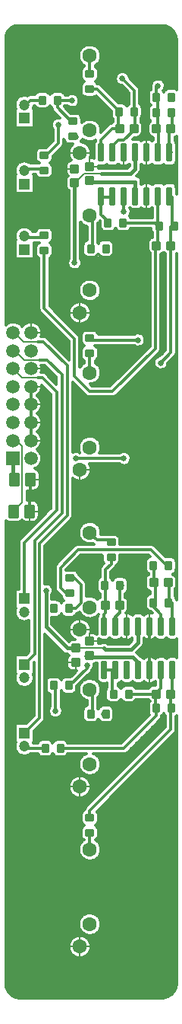
<source format=gbr>
G04 DipTrace 4.0.0.5*
G04 2 - Bottom.gbr*
%MOIN*%
G04 #@! TF.FileFunction,Copper,L2,Bot*
G04 #@! TF.Part,Single*
%AMOUTLINE0*
4,1,28,
-0.009646,0.021063,
0.009646,0.021063,
0.012091,0.020741,
0.01437,0.019797,
0.016327,0.018295,
0.017829,0.016339,
0.018773,0.01406,
0.019094,0.011614,
0.019094,-0.011614,
0.018773,-0.01406,
0.017829,-0.016339,
0.016327,-0.018295,
0.01437,-0.019797,
0.012091,-0.020741,
0.009646,-0.021063,
-0.009646,-0.021063,
-0.012091,-0.020741,
-0.01437,-0.019797,
-0.016327,-0.018295,
-0.017829,-0.016339,
-0.018773,-0.01406,
-0.019094,-0.011614,
-0.019094,0.011614,
-0.018773,0.01406,
-0.017829,0.016339,
-0.016327,0.018295,
-0.01437,0.019797,
-0.012091,0.020741,
-0.009646,0.021063,
0*%
%AMOUTLINE3*
4,1,28,
0.009646,-0.021063,
-0.009646,-0.021063,
-0.012091,-0.020741,
-0.01437,-0.019797,
-0.016327,-0.018295,
-0.017829,-0.016339,
-0.018773,-0.01406,
-0.019094,-0.011614,
-0.019094,0.011614,
-0.018773,0.01406,
-0.017829,0.016339,
-0.016327,0.018295,
-0.01437,0.019797,
-0.012091,0.020741,
-0.009646,0.021063,
0.009646,0.021063,
0.012091,0.020741,
0.01437,0.019797,
0.016327,0.018295,
0.017829,0.016339,
0.018773,0.01406,
0.019094,0.011614,
0.019094,-0.011614,
0.018773,-0.01406,
0.017829,-0.016339,
0.016327,-0.018295,
0.01437,-0.019797,
0.012091,-0.020741,
0.009646,-0.021063,
0*%
%AMOUTLINE6*
4,1,28,
-0.021063,-0.009646,
-0.021063,0.009646,
-0.020741,0.012091,
-0.019797,0.01437,
-0.018295,0.016327,
-0.016339,0.017829,
-0.01406,0.018773,
-0.011614,0.019094,
0.011614,0.019094,
0.01406,0.018773,
0.016339,0.017829,
0.018295,0.016327,
0.019797,0.01437,
0.020741,0.012091,
0.021063,0.009646,
0.021063,-0.009646,
0.020741,-0.012091,
0.019797,-0.01437,
0.018295,-0.016327,
0.016339,-0.017829,
0.01406,-0.018773,
0.011614,-0.019094,
-0.011614,-0.019094,
-0.01406,-0.018773,
-0.016339,-0.017829,
-0.018295,-0.016327,
-0.019797,-0.01437,
-0.020741,-0.012091,
-0.021063,-0.009646,
0*%
%AMOUTLINE9*
4,1,28,
0.021063,0.009646,
0.021063,-0.009646,
0.020741,-0.012091,
0.019797,-0.01437,
0.018295,-0.016327,
0.016339,-0.017829,
0.01406,-0.018773,
0.011614,-0.019094,
-0.011614,-0.019094,
-0.01406,-0.018773,
-0.016339,-0.017829,
-0.018295,-0.016327,
-0.019797,-0.01437,
-0.020741,-0.012091,
-0.021063,-0.009646,
-0.021063,0.009646,
-0.020741,0.012091,
-0.019797,0.01437,
-0.018295,0.016327,
-0.016339,0.017829,
-0.01406,0.018773,
-0.011614,0.019094,
0.011614,0.019094,
0.01406,0.018773,
0.016339,0.017829,
0.018295,0.016327,
0.019797,0.01437,
0.020741,0.012091,
0.021063,0.009646,
0*%
%AMOUTLINE12*
4,1,28,
0.013976,-0.030906,
-0.013976,-0.030906,
-0.016524,-0.03057,
-0.018898,-0.029587,
-0.020936,-0.028023,
-0.0225,-0.025984,
-0.023484,-0.02361,
-0.023819,-0.021063,
-0.023819,0.021063,
-0.023484,0.02361,
-0.0225,0.025984,
-0.020936,0.028023,
-0.018898,0.029587,
-0.016524,0.03057,
-0.013976,0.030906,
0.013976,0.030906,
0.016524,0.03057,
0.018898,0.029587,
0.020936,0.028023,
0.0225,0.025984,
0.023484,0.02361,
0.023819,0.021063,
0.023819,-0.021063,
0.023484,-0.02361,
0.0225,-0.025984,
0.020936,-0.028023,
0.018898,-0.029587,
0.016524,-0.03057,
0.013976,-0.030906,
0*%
%AMOUTLINE15*
4,1,28,
-0.013976,0.030906,
0.013976,0.030906,
0.016524,0.03057,
0.018898,0.029587,
0.020936,0.028023,
0.0225,0.025984,
0.023484,0.02361,
0.023819,0.021063,
0.023819,-0.021063,
0.023484,-0.02361,
0.0225,-0.025984,
0.020936,-0.028023,
0.018898,-0.029587,
0.016524,-0.03057,
0.013976,-0.030906,
-0.013976,-0.030906,
-0.016524,-0.03057,
-0.018898,-0.029587,
-0.020936,-0.028023,
-0.0225,-0.025984,
-0.023484,-0.02361,
-0.023819,-0.021063,
-0.023819,0.021063,
-0.023484,0.02361,
-0.0225,0.025984,
-0.020936,0.028023,
-0.018898,0.029587,
-0.016524,0.03057,
-0.013976,0.030906,
0*%
%AMOUTLINE18*
4,1,28,
0.021063,0.008465,
0.021063,-0.008465,
0.020781,-0.010604,
0.019955,-0.012598,
0.018641,-0.014311,
0.016929,-0.015625,
0.014935,-0.016451,
0.012795,-0.016732,
-0.012795,-0.016732,
-0.014935,-0.016451,
-0.016929,-0.015625,
-0.018641,-0.014311,
-0.019955,-0.012598,
-0.020781,-0.010604,
-0.021063,-0.008465,
-0.021063,0.008465,
-0.020781,0.010604,
-0.019955,0.012598,
-0.018641,0.014311,
-0.016929,0.015625,
-0.014935,0.016451,
-0.012795,0.016732,
0.012795,0.016732,
0.014935,0.016451,
0.016929,0.015625,
0.018641,0.014311,
0.019955,0.012598,
0.020781,0.010604,
0.021063,0.008465,
0*%
%AMOUTLINE21*
4,1,28,
-0.021063,-0.008465,
-0.021063,0.008465,
-0.020781,0.010604,
-0.019955,0.012598,
-0.018641,0.014311,
-0.016929,0.015625,
-0.014935,0.016451,
-0.012795,0.016732,
0.012795,0.016732,
0.014935,0.016451,
0.016929,0.015625,
0.018641,0.014311,
0.019955,0.012598,
0.020781,0.010604,
0.021063,0.008465,
0.021063,-0.008465,
0.020781,-0.010604,
0.019955,-0.012598,
0.018641,-0.014311,
0.016929,-0.015625,
0.014935,-0.016451,
0.012795,-0.016732,
-0.012795,-0.016732,
-0.014935,-0.016451,
-0.016929,-0.015625,
-0.018641,-0.014311,
-0.019955,-0.012598,
-0.020781,-0.010604,
-0.021063,-0.008465,
0*%
%AMOUTLINE24*
4,1,28,
-0.008465,0.021063,
0.008465,0.021063,
0.010604,0.020781,
0.012598,0.019955,
0.014311,0.018641,
0.015625,0.016929,
0.016451,0.014935,
0.016732,0.012795,
0.016732,-0.012795,
0.016451,-0.014935,
0.015625,-0.016929,
0.014311,-0.018641,
0.012598,-0.019955,
0.010604,-0.020781,
0.008465,-0.021063,
-0.008465,-0.021063,
-0.010604,-0.020781,
-0.012598,-0.019955,
-0.014311,-0.018641,
-0.015625,-0.016929,
-0.016451,-0.014935,
-0.016732,-0.012795,
-0.016732,0.012795,
-0.016451,0.014935,
-0.015625,0.016929,
-0.014311,0.018641,
-0.012598,0.019955,
-0.010604,0.020781,
-0.008465,0.021063,
0*%
%AMOUTLINE27*
4,1,28,
0.008465,-0.021063,
-0.008465,-0.021063,
-0.010604,-0.020781,
-0.012598,-0.019955,
-0.014311,-0.018641,
-0.015625,-0.016929,
-0.016451,-0.014935,
-0.016732,-0.012795,
-0.016732,0.012795,
-0.016451,0.014935,
-0.015625,0.016929,
-0.014311,0.018641,
-0.012598,0.019955,
-0.010604,0.020781,
-0.008465,0.021063,
0.008465,0.021063,
0.010604,0.020781,
0.012598,0.019955,
0.014311,0.018641,
0.015625,0.016929,
0.016451,0.014935,
0.016732,0.012795,
0.016732,-0.012795,
0.016451,-0.014935,
0.015625,-0.016929,
0.014311,-0.018641,
0.012598,-0.019955,
0.010604,-0.020781,
0.008465,-0.021063,
0*%
%AMOUTLINE30*
4,1,28,
0.006103,-0.041142,
-0.006101,-0.041142,
-0.007732,-0.040927,
-0.009251,-0.040298,
-0.010556,-0.039297,
-0.011557,-0.037992,
-0.012186,-0.036473,
-0.012401,-0.034843,
-0.012402,0.034842,
-0.012188,0.036473,
-0.011558,0.037992,
-0.010557,0.039297,
-0.009253,0.040298,
-0.007734,0.040927,
-0.006103,0.041142,
0.006101,0.041142,
0.007732,0.040927,
0.009251,0.040298,
0.010556,0.039297,
0.011557,0.037992,
0.012186,0.036473,
0.012401,0.034843,
0.012402,-0.034842,
0.012188,-0.036473,
0.011558,-0.037992,
0.010557,-0.039297,
0.009253,-0.040298,
0.007734,-0.040927,
0.006103,-0.041142,
0*%
%AMOUTLINE33*
4,1,28,
-0.006103,0.041142,
0.006101,0.041142,
0.007732,0.040927,
0.009251,0.040298,
0.010556,0.039297,
0.011557,0.037992,
0.012186,0.036473,
0.012401,0.034843,
0.012402,-0.034842,
0.012188,-0.036473,
0.011558,-0.037992,
0.010557,-0.039297,
0.009253,-0.040298,
0.007734,-0.040927,
0.006103,-0.041142,
-0.006101,-0.041142,
-0.007732,-0.040927,
-0.009251,-0.040298,
-0.010556,-0.039297,
-0.011557,-0.037992,
-0.012186,-0.036473,
-0.012401,-0.034843,
-0.012402,0.034842,
-0.012188,0.036473,
-0.011558,0.037992,
-0.010557,0.039297,
-0.009253,0.040298,
-0.007734,0.040927,
-0.006103,0.041142,
0*%
G04 #@! TA.AperFunction,CopperBalancing*
%ADD15C,0.011811*%
%ADD16C,0.007874*%
G04 #@! TA.AperFunction,Conductor*
%ADD17C,0.015748*%
%ADD18C,0.00748*%
G04 #@! TA.AperFunction,ComponentPad*
%ADD20C,0.047244*%
%ADD21R,0.047244X0.047244*%
%ADD22R,0.059055X0.059055*%
%ADD23C,0.059055*%
%ADD24C,0.062992*%
G04 #@! TA.AperFunction,ViaPad*
%ADD25C,0.025591*%
%ADD26C,0.031496*%
%ADD43OUTLINE0*%
%ADD46OUTLINE3*%
%ADD49OUTLINE6*%
%ADD52OUTLINE9*%
%ADD55OUTLINE12*%
%ADD58OUTLINE15*%
%ADD61OUTLINE18*%
%ADD64OUTLINE21*%
%ADD67OUTLINE24*%
%ADD70OUTLINE27*%
%ADD73OUTLINE30*%
%ADD76OUTLINE33*%
%FSLAX26Y26*%
G04*
G70*
G90*
G75*
G01*
G04 Bottom*
%LPD*%
X573392Y4343701D2*
D15*
X519159D1*
X498687Y4323228D1*
X494158D1*
X1081657Y4113979D2*
X1084411D1*
Y4218701D1*
X1075163D1*
X1073392Y4287451D2*
X1080890D1*
Y4218701D1*
X1075163D1*
X1073392Y4356201D2*
X1081659D1*
Y4287451D1*
X1073392D1*
X581659Y4101969D2*
X589927D1*
X644159Y4156201D1*
Y4235638D1*
X1081659Y4406201D2*
X1073392Y4397933D1*
Y4356201D1*
X1131657Y4113980D2*
Y4218703D1*
X1138155Y4212205D1*
Y4218701D1*
X1139927Y4287451D2*
X1144159D1*
Y4218702D1*
X1141157Y4215699D1*
X1138155Y4218701D1*
X1131657Y4113980D2*
X1133189D1*
X856659Y3693701D2*
X852427D1*
X977427Y4293701D2*
Y4281201D1*
X981659D1*
Y4218701D1*
X975655D1*
X639927Y4343701D2*
Y4341622D1*
X704376D1*
X925067Y4437793D2*
X977427Y4385433D1*
Y4293701D1*
X706659Y4251969D2*
X698392D1*
X639927Y4310433D1*
Y4343701D1*
X975655Y4218701D2*
Y4212697D1*
X931659Y4168701D1*
X906659D1*
X881657Y4143698D1*
Y4113974D1*
X910892Y4293701D2*
Y4279182D1*
X906659Y4274950D1*
Y4231201D1*
X919159Y4218701D1*
X912663D1*
X831657Y4113974D2*
Y4168698D1*
X881659Y4218701D1*
X912663D1*
X781659Y4391684D2*
X814926D1*
X912909Y4293701D1*
X910892D1*
X581659Y4035433D2*
Y4043701D1*
X506659D1*
X494159Y4031201D1*
Y4035726D1*
X494158Y4035728D1*
X781659Y4458219D2*
Y4537402D1*
X517092Y2543701D2*
X521326Y2682411D1*
X1044159Y2038976D2*
Y1848425D1*
X523293Y3089331D2*
Y3010591D1*
Y2931850D1*
Y2853110D1*
X785892Y3693701D2*
X794163D1*
Y3837402D1*
X781659D1*
X444553Y2853110D2*
D16*
Y2856201D1*
X456659D1*
X484167Y2828693D1*
Y2581642D1*
X446226Y2543701D1*
X781659Y1912205D2*
D17*
Y1906201D1*
X969159D1*
X994159Y1881201D1*
Y1848425D1*
X781659Y3990701D2*
Y3985709D1*
X981662D1*
Y3923425D1*
X785864Y3987562D2*
Y3990701D1*
X781659D1*
Y1912205D2*
X771276Y1908318D1*
X456659Y2543701D2*
X446226D1*
X444553Y2774370D2*
Y2688318D1*
X450460Y2682411D1*
X719159Y1943946D2*
D16*
X843655D1*
D17*
X850289Y1937312D1*
X962771D1*
X994159Y1968701D1*
Y2038976D1*
X715166Y3980646D2*
Y3978625D1*
D16*
X757533Y4020992D1*
X833697D1*
D17*
X958951D1*
X981659Y4043701D1*
Y4113974D1*
X981657Y4113976D1*
X715166Y3980646D2*
Y3631201D1*
X719159Y1943946D2*
X681965D1*
X588686Y2037226D1*
Y2196039D1*
X931662Y3923424D2*
D15*
Y3856201D1*
Y2774370D2*
X720410D1*
X944159Y1848425D2*
Y1843701D1*
X444553Y3325551D2*
X449809D1*
D18*
X489200Y3286160D1*
X554602D1*
D15*
X576700D1*
X682153Y3180707D1*
Y2524824D1*
X560144Y2402815D1*
Y1639213D1*
X494159Y1573228D1*
X444553Y3246811D2*
X453549D1*
D18*
X493435Y3206925D1*
X558573D1*
D15*
X593435D1*
X658815Y3141545D1*
Y2536495D1*
X538919Y2416598D1*
Y1917988D1*
X494159Y1873228D1*
X444553Y3168071D2*
D18*
X484205Y3128419D1*
X551961D1*
D15*
X571941D1*
X635478Y3064882D1*
Y2547520D1*
X494159Y2406201D1*
Y2160728D1*
X581659Y3751969D2*
Y3743701D1*
X498686D1*
X494158Y3748228D1*
X914927Y2218701D2*
X912909D1*
Y2124950D1*
X919159Y2131201D1*
X913155D1*
X894159Y2038976D2*
Y2081201D1*
X913155Y2100197D1*
Y2131201D1*
X914927Y2218701D2*
X919159D1*
X694158Y2256201D2*
Y2251969D1*
X689927Y2118701D2*
X719159D1*
X744159Y2143701D1*
Y2220627D1*
X708586Y2256201D1*
X694158D1*
X844159Y2038976D2*
Y2093701D1*
X850163Y2099705D1*
Y2131201D1*
X848392Y2218701D2*
X850163D1*
Y2131201D1*
X875409Y2341684D2*
Y2312449D1*
X850410Y2287450D1*
Y2218701D1*
X1085892Y3793699D2*
X1081684D1*
Y3706199D1*
X1075163D1*
X927427Y3806201D2*
X1069159D1*
X1081661Y3793699D1*
X1081662Y3923428D2*
X1081583D1*
Y3793699D1*
X581659Y3685433D2*
Y3431201D1*
X714566Y3298294D1*
Y3134199D1*
X780065Y3068701D1*
X881659D1*
X1069159Y3256201D1*
Y3706199D1*
X1075163D1*
X1152427Y3793702D2*
X1144161D1*
X1138155Y3787697D1*
Y3706202D1*
X1131662Y3923429D2*
Y3918701D1*
X1144159D1*
Y3793702D1*
X781659Y3301969D2*
Y3293701D1*
X994159D1*
X1094159Y3193701D2*
X1138155Y3237697D1*
Y3706202D1*
X622717Y2118701D2*
X623392D1*
Y1781201D2*
X631659D1*
Y1668701D1*
X1073392Y1681199D2*
X1069159D1*
Y1743699D1*
X1075163D1*
X952427Y1743701D2*
X1069159D1*
Y1743699D1*
X1094159Y1848425D2*
Y1768701D1*
X1069158Y1743699D1*
X652427Y1506201D2*
X931659D1*
X1073392Y1647933D1*
Y1681199D1*
X1139927Y1681202D2*
X1144161D1*
X1138155Y1675197D1*
Y1743702D1*
X1144159Y1848425D2*
Y1743702D1*
X1138155D1*
X781659Y1201969D2*
Y1231201D1*
X1137909Y1587450D1*
Y1681202D1*
X1139927D1*
X1060892Y2143701D2*
X1069133D1*
Y2231201D1*
X1062663D1*
X1094159Y2038976D2*
Y2093701D1*
X1056659Y2131201D1*
Y2143701D1*
X1060892D1*
Y2306199D2*
Y2301969D1*
X1062663Y2300197D1*
Y2231201D1*
X1094159Y2038976D2*
Y2043701D1*
X769159Y1868701D2*
Y1856201D1*
X694159Y1781201D1*
X689927D1*
X1127427Y2143701D2*
X1131806D1*
Y2231201D1*
X1125655D1*
X1144159Y2038976D2*
Y2143701D1*
X1127427D1*
X1144159Y2038976D2*
Y2038189D1*
X844159Y1656201D2*
X852427D1*
X585892Y1506201D2*
X494159D1*
X487418Y1512942D1*
X494161Y1519685D1*
Y1514173D1*
X781659Y3235433D2*
Y3149902D1*
X875409Y2408219D2*
Y2418701D1*
X812860D1*
X781659Y2449902D1*
X785892Y1656201D2*
X793964D1*
Y1762402D1*
X781659D1*
Y1135433D2*
Y1062402D1*
X860892Y3806201D2*
Y3814469D1*
X831662Y3843698D1*
Y3923423D1*
X831659Y3843701D2*
Y3918701D1*
X881662D1*
Y3923423D1*
X831662D2*
Y3918698D1*
X719159Y4181201D2*
X714927Y4185433D1*
X706659D1*
X1144159Y4356201D2*
X1139927D1*
X894159Y1848425D2*
Y1843701D1*
X881659D1*
Y1847638D1*
X844159D1*
Y1848425D1*
X885892Y1743701D2*
X881659D1*
Y1843701D1*
X844159Y1848425D2*
Y1843701D1*
X694161Y2181201D2*
Y2185433D1*
X1127427Y2306202D2*
X1119158D1*
X1050409Y2374951D1*
X731661D1*
X653675Y2296966D1*
Y2209185D1*
X677427Y2185433D1*
X694161D1*
D25*
X644159Y4235638D3*
X1081659Y4406201D3*
X1133189Y4113980D3*
X856659Y3693701D3*
X704376Y4341622D3*
X925067Y4437793D3*
X785864Y3987562D3*
X771276Y1908318D3*
X456659Y2543701D3*
X715166Y3631201D3*
X588686Y2196039D3*
X931662Y3856201D3*
Y2774370D3*
X720410D3*
X944159Y1843701D3*
X919159Y2218701D3*
X694158Y2256201D3*
X994159Y3293701D3*
X1094159Y3193701D3*
X622717Y2118701D3*
X631659Y1668701D3*
X1094159Y2043701D3*
X769159Y1868701D3*
X1144159Y2038189D3*
X844159Y1656201D3*
X831662Y3918698D3*
X719159Y4181201D3*
X1144159Y4356201D3*
X844159Y1843701D3*
X694161Y2181201D3*
D26*
X691739Y1611937D3*
X940871Y1972017D3*
X993890Y2164261D3*
X789327Y2316223D3*
X435082Y4658055D2*
D15*
X1133792D1*
X423674Y4646375D2*
X1146745D1*
X417146Y4634696D2*
X1154830D1*
X413582Y4623016D2*
X1159813D1*
X413224Y4611336D2*
X1161796D1*
X413062Y4599656D2*
X1162766D1*
X413062Y4587976D2*
X1162766D1*
X413062Y4576297D2*
X749944D1*
X813380D2*
X1162766D1*
X413062Y4564617D2*
X739195D1*
X824130D2*
X1162766D1*
X413062Y4552937D2*
X733531D1*
X829781D2*
X1162766D1*
X413062Y4541257D2*
X731178D1*
X832134D2*
X1162766D1*
X413062Y4529577D2*
X731651D1*
X831662D2*
X1162766D1*
X413062Y4517898D2*
X735042D1*
X828283D2*
X1162766D1*
X413062Y4506218D2*
X742102D1*
X821212D2*
X1162766D1*
X413062Y4494538D2*
X755827D1*
X807498D2*
X1162766D1*
X413062Y4482858D2*
X747049D1*
X816275D2*
X1162766D1*
X413062Y4471178D2*
X741847D1*
X821466D2*
X1162766D1*
X413062Y4459499D2*
X741466D1*
X821857D2*
X902104D1*
X948031D2*
X1162766D1*
X413062Y4447819D2*
X741536D1*
X821789D2*
X894814D1*
X955321D2*
X1162766D1*
X413062Y4436139D2*
X745273D1*
X818040D2*
X893188D1*
X961641D2*
X1073468D1*
X1089855D2*
X1162766D1*
X413062Y4424459D2*
X757857D1*
X805456D2*
X896175D1*
X973325D2*
X1055739D1*
X1107583D2*
X1162766D1*
X413062Y4412780D2*
X744708D1*
X827256D2*
X906002D1*
X984998D2*
X1050445D1*
X1112877D2*
X1162766D1*
X413062Y4401100D2*
X741478D1*
X840428D2*
X926844D1*
X996602D2*
X1048565D1*
X1113166D2*
X1162766D1*
X413062Y4389420D2*
X741466D1*
X852112D2*
X938518D1*
X1002126D2*
X1047296D1*
X413062Y4377740D2*
X548373D1*
X598406D2*
X614914D1*
X664947D2*
X742044D1*
X863796D2*
X950201D1*
X1002472D2*
X1039027D1*
X413062Y4366060D2*
X509653D1*
X673990D2*
X684535D1*
X724221D2*
X747856D1*
X875469D2*
X952393D1*
X1002472D2*
X1037527D1*
X413062Y4354381D2*
X465441D1*
X733529D2*
X817304D1*
X887153D2*
X952393D1*
X1002472D2*
X1037527D1*
X413062Y4342701D2*
X456249D1*
X736285D2*
X828989D1*
X898826D2*
X952393D1*
X1002472D2*
X1037539D1*
X413062Y4331021D2*
X452142D1*
X734416D2*
X840672D1*
X929818D2*
X952393D1*
X1002472D2*
X1040629D1*
X413062Y4319341D2*
X451590D1*
X726747D2*
X852346D1*
X1009935D2*
X1045773D1*
X413062Y4307661D2*
X454427D1*
X533884D2*
X551613D1*
X595165D2*
X615052D1*
X677623D2*
X864029D1*
X1013268D2*
X1038599D1*
X413062Y4295982D2*
X451405D1*
X536916D2*
X619758D1*
X689296D2*
X875021D1*
X1013291D2*
X1037527D1*
X413062Y4284302D2*
X451405D1*
X536916D2*
X631142D1*
X731487D2*
X875021D1*
X1013291D2*
X1037527D1*
X413062Y4272622D2*
X451405D1*
X536916D2*
X642814D1*
X743852D2*
X876371D1*
X1011953D2*
X1037608D1*
X413062Y4260942D2*
X451405D1*
X536916D2*
X625514D1*
X746851D2*
X881619D1*
X1006693D2*
X1041402D1*
X413062Y4249262D2*
X451405D1*
X536916D2*
X615410D1*
X813703D2*
X881619D1*
X1006693D2*
X1044540D1*
X413062Y4237583D2*
X451405D1*
X536916D2*
X612296D1*
X824304D2*
X865898D1*
X1012899D2*
X1037919D1*
X413062Y4225903D2*
X451405D1*
X536916D2*
X613818D1*
X829875D2*
X853936D1*
X1013880D2*
X1036939D1*
X413062Y4214223D2*
X619124D1*
X832158D2*
X842264D1*
X1013880D2*
X1036939D1*
X413062Y4202543D2*
X619124D1*
X1013499D2*
X1037319D1*
X413062Y4190864D2*
X619124D1*
X1008562D2*
X1042256D1*
X413062Y4179184D2*
X619124D1*
X977062D2*
X1059372D1*
X1156696D2*
X1162766D1*
X413062Y4167504D2*
X619124D1*
X747867D2*
X756288D1*
X1156696D2*
X1162766D1*
X413062Y4155824D2*
X608857D1*
X669191D2*
X677175D1*
X762838D2*
X801157D1*
X413062Y4144144D2*
X597186D1*
X665927D2*
X698779D1*
X777048D2*
X800119D1*
X413062Y4132465D2*
X553460D1*
X655339D2*
X691512D1*
X784302D2*
X800119D1*
X413062Y4120785D2*
X543598D1*
X643666D2*
X687982D1*
X787833D2*
X800119D1*
X413062Y4109105D2*
X541464D1*
X631982D2*
X687394D1*
X788432D2*
X800119D1*
X413062Y4097425D2*
X541464D1*
X621855D2*
X689620D1*
X786205D2*
X800119D1*
X413062Y4085745D2*
X542640D1*
X620679D2*
X695111D1*
X413062Y4074066D2*
X476895D1*
X511427D2*
X550091D1*
X613228D2*
X684511D1*
X413062Y4062386D2*
X461070D1*
X614230D2*
X676529D1*
X1156477D2*
X1162766D1*
X413062Y4050706D2*
X454196D1*
X620955D2*
X674972D1*
X821857D2*
X950962D1*
X1008666D2*
X1162766D1*
X413062Y4039026D2*
X451532D1*
X621855D2*
X674972D1*
X1008239D2*
X1162766D1*
X413062Y4027346D2*
X452258D1*
X621855D2*
X675791D1*
X1002830D2*
X1162766D1*
X413062Y4015667D2*
X451405D1*
X536916D2*
X544024D1*
X619294D2*
X681997D1*
X991330D2*
X1162766D1*
X413062Y4003987D2*
X451405D1*
X536916D2*
X555062D1*
X608256D2*
X678640D1*
X1001088D2*
X1162766D1*
X413062Y3992307D2*
X451405D1*
X536916D2*
X675041D1*
X1007813D2*
X1162766D1*
X413062Y3980627D2*
X451405D1*
X536916D2*
X674972D1*
X1008666D2*
X1014977D1*
X1048343D2*
X1064978D1*
X1098344D2*
X1114979D1*
X1148346D2*
X1162766D1*
X413062Y3968948D2*
X451405D1*
X536916D2*
X675041D1*
X413062Y3957268D2*
X451405D1*
X536916D2*
X678663D1*
X413062Y3945588D2*
X451405D1*
X536916D2*
X688155D1*
X413062Y3933908D2*
X688155D1*
X413062Y3922228D2*
X688155D1*
X413062Y3910549D2*
X688155D1*
X413062Y3898869D2*
X688155D1*
X413062Y3887189D2*
X688155D1*
X413062Y3875509D2*
X688155D1*
X413062Y3863829D2*
X688155D1*
X962633D2*
X1056546D1*
X413062Y3852150D2*
X688155D1*
X963325D2*
X1056546D1*
X413062Y3840470D2*
X688155D1*
X959264D2*
X1056546D1*
X413062Y3828790D2*
X688155D1*
X413062Y3817110D2*
X688155D1*
X413062Y3805430D2*
X688155D1*
X413062Y3793751D2*
X688155D1*
X742168D2*
X757246D1*
X413062Y3782071D2*
X468833D1*
X519489D2*
X552871D1*
X610448D2*
X688155D1*
X742168D2*
X769126D1*
X819205D2*
X827604D1*
X960718D2*
X1050029D1*
X413062Y3770391D2*
X457806D1*
X530515D2*
X543424D1*
X619894D2*
X688155D1*
X742168D2*
X769126D1*
X819205D2*
X838688D1*
X883104D2*
X905218D1*
X949634D2*
X1052221D1*
X413062Y3758711D2*
X452743D1*
X621855D2*
X688155D1*
X742168D2*
X769126D1*
X819205D2*
X1056650D1*
X413062Y3747031D2*
X451416D1*
X621855D2*
X688155D1*
X742168D2*
X769126D1*
X819205D2*
X1056650D1*
X413062Y3735352D2*
X453447D1*
X620552D2*
X688155D1*
X742168D2*
X769126D1*
X819205D2*
X1043283D1*
X413062Y3723672D2*
X451405D1*
X612789D2*
X688155D1*
X742168D2*
X756439D1*
X881882D2*
X1037573D1*
X413062Y3711992D2*
X451405D1*
X536916D2*
X548708D1*
X614611D2*
X688155D1*
X742168D2*
X750613D1*
X887707D2*
X1036939D1*
X413062Y3700312D2*
X451405D1*
X621060D2*
X688155D1*
X742168D2*
X750025D1*
X888294D2*
X1036939D1*
X413062Y3688633D2*
X451405D1*
X621855D2*
X688155D1*
X742168D2*
X750025D1*
X888294D2*
X1037584D1*
X413062Y3676953D2*
X451405D1*
X621855D2*
X688155D1*
X742168D2*
X750325D1*
X887995D2*
X1043363D1*
X413062Y3665273D2*
X451405D1*
X536916D2*
X544221D1*
X619098D2*
X688155D1*
X742168D2*
X755192D1*
X883128D2*
X1044124D1*
X1094204D2*
X1113111D1*
X413062Y3653593D2*
X451405D1*
X536916D2*
X555801D1*
X607518D2*
X688155D1*
X742168D2*
X1044124D1*
X1094204D2*
X1113111D1*
X413062Y3641913D2*
X556620D1*
X606699D2*
X685168D1*
X745167D2*
X1044124D1*
X1094204D2*
X1113111D1*
X413062Y3630234D2*
X556620D1*
X606699D2*
X683254D1*
X747082D2*
X1044124D1*
X1094204D2*
X1113111D1*
X413062Y3618554D2*
X556620D1*
X606699D2*
X685953D1*
X744371D2*
X1044124D1*
X1094204D2*
X1113111D1*
X413062Y3606874D2*
X556620D1*
X606699D2*
X695180D1*
X735155D2*
X1044124D1*
X1094204D2*
X1113111D1*
X413062Y3595194D2*
X556620D1*
X606699D2*
X1044124D1*
X1094204D2*
X1113111D1*
X413062Y3583514D2*
X556620D1*
X606699D2*
X1044124D1*
X1094204D2*
X1113111D1*
X413062Y3571835D2*
X556620D1*
X606699D2*
X1044124D1*
X1094204D2*
X1113111D1*
X413062Y3560155D2*
X556620D1*
X606699D2*
X1044124D1*
X1094204D2*
X1113111D1*
X413062Y3548475D2*
X556620D1*
X606699D2*
X748653D1*
X814672D2*
X1044124D1*
X1094204D2*
X1113111D1*
X413062Y3536795D2*
X556620D1*
X606699D2*
X738514D1*
X824800D2*
X1044124D1*
X1094204D2*
X1113111D1*
X413062Y3525115D2*
X556620D1*
X606699D2*
X733197D1*
X830116D2*
X1044124D1*
X1094204D2*
X1113111D1*
X413062Y3513436D2*
X556620D1*
X606699D2*
X731109D1*
X832204D2*
X1044124D1*
X1094204D2*
X1113111D1*
X413062Y3501756D2*
X556620D1*
X606699D2*
X731835D1*
X831489D2*
X1044124D1*
X1094204D2*
X1113111D1*
X413062Y3490076D2*
X556620D1*
X606699D2*
X735503D1*
X827809D2*
X1044124D1*
X1094204D2*
X1113111D1*
X413062Y3478396D2*
X556620D1*
X606699D2*
X742978D1*
X820335D2*
X1044124D1*
X1094204D2*
X1113111D1*
X413062Y3466717D2*
X556620D1*
X606699D2*
X757742D1*
X805571D2*
X1044124D1*
X1094204D2*
X1113111D1*
X413062Y3455037D2*
X556620D1*
X606699D2*
X711594D1*
X764221D2*
X1044124D1*
X1094204D2*
X1113111D1*
X413062Y3443357D2*
X556620D1*
X606699D2*
X698133D1*
X777693D2*
X1044124D1*
X1094204D2*
X1113111D1*
X413062Y3431677D2*
X556620D1*
X616111D2*
X691166D1*
X784649D2*
X1044124D1*
X1094204D2*
X1113111D1*
X413062Y3419997D2*
X559411D1*
X627784D2*
X687856D1*
X787958D2*
X1044124D1*
X1094204D2*
X1113111D1*
X413062Y3408318D2*
X569619D1*
X639468D2*
X687452D1*
X788363D2*
X1044124D1*
X1094204D2*
X1113111D1*
X413062Y3396638D2*
X581302D1*
X651140D2*
X689875D1*
X785940D2*
X1044124D1*
X1094204D2*
X1113111D1*
X413062Y3384958D2*
X592976D1*
X662825D2*
X695630D1*
X780196D2*
X1044124D1*
X1094204D2*
X1113111D1*
X413062Y3373278D2*
X604659D1*
X674508D2*
X706553D1*
X769273D2*
X1044124D1*
X1094204D2*
X1113111D1*
X476640Y3361598D2*
X491209D1*
X555384D2*
X616344D1*
X686182D2*
X1044124D1*
X1094204D2*
X1113111D1*
X565222Y3349919D2*
X628016D1*
X697865D2*
X1044124D1*
X1094204D2*
X1113111D1*
X570228Y3338239D2*
X639700D1*
X709549D2*
X1044124D1*
X1094204D2*
X1113111D1*
X571947Y3326559D2*
X651385D1*
X721222D2*
X747003D1*
X816310D2*
X1044124D1*
X1094204D2*
X1113111D1*
X570735Y3314879D2*
X663057D1*
X732894D2*
X741847D1*
X1017628D2*
X1044124D1*
X1094204D2*
X1113111D1*
X594577Y3303199D2*
X674742D1*
X1024583D2*
X1044124D1*
X1094204D2*
X1113111D1*
X606260Y3291520D2*
X686414D1*
X1026014D2*
X1044124D1*
X1094204D2*
X1113111D1*
X617945Y3279840D2*
X689528D1*
X1022784D2*
X1044124D1*
X1094204D2*
X1113111D1*
X629617Y3268160D2*
X689528D1*
X739608D2*
X757742D1*
X805583D2*
X975854D1*
X1012461D2*
X1044124D1*
X1094204D2*
X1113111D1*
X641301Y3256480D2*
X689528D1*
X818640D2*
X1034516D1*
X1094204D2*
X1113111D1*
X652986Y3244801D2*
X689528D1*
X821847D2*
X1022833D1*
X1091297D2*
X1110342D1*
X664658Y3233121D2*
X689528D1*
X821857D2*
X1011159D1*
X1080997D2*
X1098658D1*
X676343Y3221441D2*
X689528D1*
X821270D2*
X999476D1*
X1069325D2*
X1079718D1*
X1156800D2*
X1162766D1*
X739608Y3209761D2*
X747903D1*
X815422D2*
X987802D1*
X1057640D2*
X1066754D1*
X1145138D2*
X1162766D1*
X739608Y3198081D2*
X756623D1*
X806703D2*
X976119D1*
X1045956D2*
X1062544D1*
X1133466D2*
X1162766D1*
X739608Y3186402D2*
X747119D1*
X816207D2*
X964435D1*
X1034284D2*
X1063109D1*
X1125208D2*
X1162766D1*
X571485Y3174722D2*
X590714D1*
X825607D2*
X952762D1*
X1022599D2*
X1068784D1*
X1119532D2*
X1162766D1*
X571692Y3163042D2*
X602399D1*
X830508D2*
X941078D1*
X1010927D2*
X1090642D1*
X1097668D2*
X1162766D1*
X579663Y3151362D2*
X614071D1*
X832273D2*
X929394D1*
X999242D2*
X1162766D1*
X595603Y3139682D2*
X625755D1*
X831224D2*
X917721D1*
X987558D2*
X1162766D1*
X607276Y3128003D2*
X633772D1*
X827175D2*
X906037D1*
X975885D2*
X1162766D1*
X618960Y3116323D2*
X633772D1*
X819136D2*
X894364D1*
X964201D2*
X1162766D1*
X802758Y3104643D2*
X882680D1*
X952518D2*
X1162766D1*
X707196Y3092963D2*
X720878D1*
X790728D2*
X870997D1*
X940844D2*
X1162766D1*
X571266Y3081283D2*
X584151D1*
X707196D2*
X732562D1*
X929161D2*
X1162766D1*
X567667Y3069604D2*
X595836D1*
X707196D2*
X744235D1*
X917487D2*
X1162766D1*
X560078Y3057924D2*
X607520D1*
X707196D2*
X755919D1*
X905804D2*
X1162766D1*
X555833Y3046244D2*
X610439D1*
X707196D2*
X770833D1*
X890890D2*
X1162766D1*
X565452Y3034564D2*
X610439D1*
X707196D2*
X1162766D1*
X570331Y3022885D2*
X610439D1*
X707196D2*
X1162766D1*
X571947Y3011205D2*
X610439D1*
X707196D2*
X1162766D1*
X570644Y2999525D2*
X610439D1*
X707196D2*
X1162766D1*
X566157Y2987845D2*
X610439D1*
X707196D2*
X1162766D1*
X557171Y2976165D2*
X610439D1*
X707196D2*
X1162766D1*
X558958Y2964486D2*
X610439D1*
X707196D2*
X1162766D1*
X567079Y2952806D2*
X610439D1*
X707196D2*
X1162766D1*
X571035Y2941126D2*
X610439D1*
X707196D2*
X1162766D1*
X571889Y2929446D2*
X610439D1*
X707196D2*
X1162766D1*
X569813Y2917766D2*
X610439D1*
X707196D2*
X1162766D1*
X564357Y2906087D2*
X610439D1*
X707196D2*
X1162766D1*
X553665Y2894407D2*
X610439D1*
X707196D2*
X1162766D1*
X561588Y2882727D2*
X610439D1*
X707196D2*
X1162766D1*
X568440Y2871047D2*
X610439D1*
X707196D2*
X768260D1*
X795053D2*
X1162766D1*
X571542Y2859367D2*
X610439D1*
X707196D2*
X746830D1*
X816483D2*
X1162766D1*
X571646Y2847688D2*
X610439D1*
X707196D2*
X737557D1*
X825756D2*
X1162766D1*
X568763Y2836008D2*
X610439D1*
X707196D2*
X732735D1*
X830578D2*
X1162766D1*
X562234Y2824328D2*
X610439D1*
X707196D2*
X731040D1*
X832273D2*
X1162766D1*
X552569Y2812648D2*
X610439D1*
X707196D2*
X732159D1*
X831166D2*
X1162766D1*
X563804Y2800969D2*
X610439D1*
X827048D2*
X915057D1*
X948272D2*
X1162766D1*
X569548Y2789289D2*
X610439D1*
X959726D2*
X1162766D1*
X571843Y2777609D2*
X610439D1*
X963418D2*
X1162766D1*
X571196Y2765929D2*
X610439D1*
X962414D2*
X1162766D1*
X567482Y2754249D2*
X610439D1*
X956092D2*
X1162766D1*
X559731Y2742570D2*
X610439D1*
X785294D2*
X1162766D1*
X543549Y2730890D2*
X610439D1*
X788178D2*
X1162766D1*
X559397Y2719210D2*
X610439D1*
X788201D2*
X1162766D1*
X563976Y2707530D2*
X610439D1*
X785376D2*
X1162766D1*
X564276Y2695850D2*
X610439D1*
X779066D2*
X1162766D1*
X564276Y2684171D2*
X610439D1*
X767060D2*
X1162766D1*
X564276Y2672491D2*
X610439D1*
X707196D2*
X1162766D1*
X564276Y2660811D2*
X610439D1*
X707196D2*
X1162766D1*
X561451Y2649131D2*
X610439D1*
X707196D2*
X1162766D1*
X550678Y2637451D2*
X610439D1*
X707196D2*
X1162766D1*
X507239Y2625772D2*
X610439D1*
X707196D2*
X1162766D1*
X507239Y2614092D2*
X610439D1*
X707196D2*
X1162766D1*
X507239Y2602412D2*
X610439D1*
X707196D2*
X1162766D1*
X542165Y2590732D2*
X610439D1*
X707196D2*
X1162766D1*
X556087Y2579052D2*
X610439D1*
X707196D2*
X1162766D1*
X559928Y2567373D2*
X610439D1*
X707196D2*
X1162766D1*
X560042Y2555693D2*
X608731D1*
X707196D2*
X1162766D1*
X560042Y2544013D2*
X597046D1*
X707196D2*
X1162766D1*
X560042Y2532333D2*
X585375D1*
X707196D2*
X1162766D1*
X559974Y2520654D2*
X573691D1*
X706827D2*
X1162766D1*
X701165Y2508974D2*
X1162766D1*
X413062Y2497294D2*
X419651D1*
X472798D2*
X490518D1*
X543665D2*
X550334D1*
X689537D2*
X766369D1*
X796956D2*
X1162766D1*
X413062Y2485614D2*
X538649D1*
X677865D2*
X746276D1*
X817048D2*
X1162766D1*
X413062Y2473934D2*
X526965D1*
X666180D2*
X737256D1*
X826057D2*
X1162766D1*
X413062Y2462255D2*
X515293D1*
X654508D2*
X732598D1*
X830716D2*
X1162766D1*
X413062Y2450575D2*
X503608D1*
X642825D2*
X731028D1*
X832285D2*
X1162766D1*
X413062Y2438895D2*
X491936D1*
X631140D2*
X732273D1*
X903323D2*
X1162766D1*
X413062Y2427215D2*
X480251D1*
X619468D2*
X736541D1*
X913393D2*
X1162766D1*
X413062Y2415535D2*
X471024D1*
X607783D2*
X744927D1*
X915608D2*
X1162766D1*
X413062Y2403856D2*
X469121D1*
X596111D2*
X762448D1*
X915608D2*
X1162766D1*
X413062Y2392176D2*
X469121D1*
X585188D2*
X713969D1*
X1068102D2*
X1162766D1*
X413062Y2380496D2*
X469121D1*
X585188D2*
X702285D1*
X1079785D2*
X1162766D1*
X413062Y2368816D2*
X469121D1*
X585188D2*
X690602D1*
X1091470D2*
X1162766D1*
X413062Y2357136D2*
X469121D1*
X585188D2*
X678928D1*
X1103142D2*
X1162766D1*
X413062Y2345457D2*
X469121D1*
X585188D2*
X667245D1*
X737082D2*
X835217D1*
X915608D2*
X1044978D1*
X1114827D2*
X1162766D1*
X413062Y2333777D2*
X469121D1*
X585188D2*
X655560D1*
X725409D2*
X835217D1*
X915608D2*
X1029591D1*
X413062Y2322097D2*
X469121D1*
X585188D2*
X643888D1*
X713725D2*
X837686D1*
X913128D2*
X1025208D1*
X413062Y2310417D2*
X469121D1*
X585188D2*
X632792D1*
X702052D2*
X838458D1*
X902333D2*
X1025024D1*
X413062Y2298738D2*
X469121D1*
X585188D2*
X628697D1*
X690368D2*
X828204D1*
X896115D2*
X1025024D1*
X413062Y2287058D2*
X469121D1*
X585188D2*
X628640D1*
X678718D2*
X825367D1*
X884939D2*
X1025808D1*
X413062Y2275378D2*
X469121D1*
X585188D2*
X628640D1*
X729676D2*
X825367D1*
X875445D2*
X1032209D1*
X1156108D2*
X1162766D1*
X413062Y2263698D2*
X469121D1*
X585188D2*
X628640D1*
X736008D2*
X825367D1*
X875445D2*
X1034090D1*
X1154228D2*
X1162766D1*
X413062Y2252018D2*
X469121D1*
X585188D2*
X628640D1*
X747693D2*
X822426D1*
X875445D2*
X888955D1*
X940890D2*
X1026027D1*
X413062Y2240339D2*
X469121D1*
X585188D2*
X628640D1*
X759365D2*
X814063D1*
X949254D2*
X1024435D1*
X413062Y2228659D2*
X469121D1*
X585188D2*
X628640D1*
X767809D2*
X812529D1*
X950798D2*
X1024435D1*
X413062Y2216979D2*
X469121D1*
X612385D2*
X628640D1*
X769204D2*
X812529D1*
X951041D2*
X1024562D1*
X413062Y2205299D2*
X469121D1*
X619191D2*
X628951D1*
X769204D2*
X812529D1*
X950787D2*
X1028449D1*
X413062Y2193619D2*
X451405D1*
X620516D2*
X634418D1*
X769204D2*
X815586D1*
X947730D2*
X1043086D1*
X1156846D2*
X1162766D1*
X413062Y2181940D2*
X451405D1*
X617195D2*
X645998D1*
X769204D2*
X825124D1*
X937949D2*
X1044090D1*
X1156846D2*
X1162766D1*
X413062Y2170260D2*
X451405D1*
X615696D2*
X654834D1*
X797809D2*
X825124D1*
X937949D2*
X1028922D1*
X413062Y2158580D2*
X451405D1*
X615696D2*
X661489D1*
X946393D2*
X1025104D1*
X413062Y2146900D2*
X451405D1*
X951075D2*
X1025024D1*
X413062Y2135220D2*
X451405D1*
X951388D2*
X1025024D1*
X413062Y2123541D2*
X451405D1*
X951388D2*
X1026084D1*
X413062Y2111861D2*
X452674D1*
X950268D2*
X1033225D1*
X413062Y2100181D2*
X451428D1*
X943325D2*
X1052763D1*
X413062Y2088501D2*
X453550D1*
X652651D2*
X660670D1*
X719180D2*
X745180D1*
X413062Y2076822D2*
X459651D1*
X615696D2*
X763140D1*
X800186D2*
X812806D1*
X413062Y2065142D2*
X473136D1*
X615696D2*
X707926D1*
X767901D2*
X812621D1*
X413062Y2053462D2*
X513875D1*
X615696D2*
X696334D1*
X779493D2*
X812621D1*
X413062Y2041782D2*
X513875D1*
X621831D2*
X690231D1*
X785583D2*
X812621D1*
X413062Y2030102D2*
X513875D1*
X633516D2*
X687544D1*
X788271D2*
X812621D1*
X413062Y2018423D2*
X513875D1*
X645200D2*
X687717D1*
X788109D2*
X812621D1*
X413062Y2006743D2*
X513875D1*
X656873D2*
X690751D1*
X413062Y1995063D2*
X513875D1*
X585188D2*
X593149D1*
X668557D2*
X697336D1*
X413062Y1983383D2*
X513875D1*
X585188D2*
X604821D1*
X680229D2*
X709944D1*
X863993D2*
X874330D1*
X913993D2*
X924318D1*
X1063995D2*
X1074321D1*
X1113997D2*
X1124322D1*
X413062Y1971703D2*
X513875D1*
X585188D2*
X616506D1*
X821857D2*
X959452D1*
X1021168D2*
X1162766D1*
X413062Y1960024D2*
X513875D1*
X585188D2*
X628178D1*
X1019670D2*
X1162766D1*
X413062Y1948344D2*
X513875D1*
X585188D2*
X639861D1*
X1011503D2*
X1162766D1*
X413062Y1936664D2*
X513875D1*
X585188D2*
X651546D1*
X999831D2*
X1162766D1*
X413062Y1924984D2*
X510990D1*
X585188D2*
X663254D1*
X988146D2*
X1162766D1*
X413062Y1913304D2*
X451405D1*
X585188D2*
X688755D1*
X999762D2*
X1162766D1*
X413062Y1901625D2*
X451405D1*
X585188D2*
X681281D1*
X413062Y1889945D2*
X451405D1*
X585188D2*
X678962D1*
X413062Y1878265D2*
X451405D1*
X585188D2*
X678962D1*
X413062Y1866585D2*
X451405D1*
X585188D2*
X679378D1*
X801016D2*
X812621D1*
X413062Y1854906D2*
X451405D1*
X585188D2*
X684419D1*
X797821D2*
X812621D1*
X413062Y1843226D2*
X451405D1*
X585188D2*
X721259D1*
X790357D2*
X812229D1*
X413062Y1831546D2*
X455210D1*
X585188D2*
X709586D1*
X779423D2*
X812621D1*
X413062Y1819866D2*
X451797D1*
X585188D2*
X609469D1*
X637310D2*
X675999D1*
X767751D2*
X812621D1*
X413062Y1808186D2*
X451843D1*
X585188D2*
X591695D1*
X801523D2*
X813233D1*
X413062Y1796507D2*
X455350D1*
X413062Y1784827D2*
X463527D1*
X524794D2*
X535108D1*
X826910D2*
X856624D1*
X906704D2*
X1069119D1*
X413062Y1773147D2*
X486250D1*
X502073D2*
X535108D1*
X725789D2*
X732217D1*
X831108D2*
X855990D1*
X915792D2*
X922531D1*
X982334D2*
X1043536D1*
X413062Y1761467D2*
X535108D1*
X724855D2*
X731040D1*
X832285D2*
X850499D1*
X413062Y1749787D2*
X535108D1*
X585188D2*
X595283D1*
X718039D2*
X732666D1*
X830658D2*
X850027D1*
X413062Y1738108D2*
X535108D1*
X585188D2*
X606620D1*
X656700D2*
X737407D1*
X825906D2*
X850027D1*
X413062Y1726428D2*
X535108D1*
X585188D2*
X606620D1*
X656700D2*
X746553D1*
X818998D2*
X850407D1*
X413062Y1714748D2*
X535108D1*
X585188D2*
X606620D1*
X656700D2*
X767280D1*
X818998D2*
X855598D1*
X916184D2*
X922126D1*
X982725D2*
X1043121D1*
X413062Y1703068D2*
X535108D1*
X585188D2*
X606620D1*
X656700D2*
X768930D1*
X818998D2*
X1039141D1*
X413062Y1691388D2*
X535108D1*
X585188D2*
X606620D1*
X656700D2*
X762598D1*
X818998D2*
X829138D1*
X875710D2*
X1037527D1*
X413062Y1679709D2*
X535108D1*
X585188D2*
X601764D1*
X661556D2*
X752309D1*
X886011D2*
X1037527D1*
X413062Y1668029D2*
X535108D1*
X585188D2*
X599734D1*
X663586D2*
X750025D1*
X888294D2*
X1037527D1*
X413062Y1656349D2*
X535108D1*
X585188D2*
X602318D1*
X661002D2*
X750025D1*
X888294D2*
X1040456D1*
X413062Y1644669D2*
X530679D1*
X585188D2*
X611292D1*
X652016D2*
X750025D1*
X888294D2*
X1035208D1*
X1098205D2*
X1112868D1*
X413062Y1632990D2*
X518995D1*
X584357D2*
X752182D1*
X886138D2*
X1023524D1*
X1093166D2*
X1112868D1*
X413062Y1621310D2*
X507322D1*
X577159D2*
X762125D1*
X809655D2*
X828666D1*
X876184D2*
X1011840D1*
X1081689D2*
X1112868D1*
X413062Y1609630D2*
X451405D1*
X565487D2*
X1000167D1*
X1070004D2*
X1112868D1*
X413062Y1597950D2*
X451405D1*
X553804D2*
X988483D1*
X1058333D2*
X1112868D1*
X413062Y1586270D2*
X451405D1*
X542119D2*
X976810D1*
X1046647D2*
X1101806D1*
X413062Y1574591D2*
X451405D1*
X536916D2*
X965126D1*
X1034976D2*
X1090123D1*
X413062Y1562911D2*
X451405D1*
X536916D2*
X953443D1*
X1023292D2*
X1078451D1*
X1148288D2*
X1162766D1*
X413062Y1551231D2*
X451405D1*
X536916D2*
X941770D1*
X1011607D2*
X1066766D1*
X1136615D2*
X1162766D1*
X413062Y1539551D2*
X451405D1*
X536916D2*
X559965D1*
X611821D2*
X626506D1*
X678350D2*
X930086D1*
X999935D2*
X1055082D1*
X1124931D2*
X1162766D1*
X413062Y1527871D2*
X453724D1*
X988250D2*
X1043409D1*
X1113246D2*
X1162766D1*
X413062Y1516192D2*
X451451D1*
X976566D2*
X1031725D1*
X1101574D2*
X1162766D1*
X413062Y1504512D2*
X452546D1*
X964894D2*
X1020053D1*
X1089890D2*
X1162766D1*
X413062Y1492832D2*
X457298D1*
X953209D2*
X1008368D1*
X1078217D2*
X1162766D1*
X413062Y1481152D2*
X467714D1*
X520596D2*
X553067D1*
X685258D2*
X761167D1*
X802158D2*
X996684D1*
X1066533D2*
X1162766D1*
X413062Y1469472D2*
X565536D1*
X606249D2*
X632077D1*
X672779D2*
X744419D1*
X818894D2*
X985011D1*
X1054848D2*
X1162766D1*
X413062Y1457793D2*
X736276D1*
X827048D2*
X973327D1*
X1043176D2*
X1162766D1*
X413062Y1446113D2*
X732159D1*
X831166D2*
X961644D1*
X1031493D2*
X1162766D1*
X413062Y1434433D2*
X731040D1*
X832273D2*
X949970D1*
X1019808D2*
X1162766D1*
X413062Y1422753D2*
X732735D1*
X830578D2*
X938287D1*
X1008136D2*
X1162766D1*
X413062Y1411073D2*
X737557D1*
X825756D2*
X926613D1*
X996451D2*
X1162766D1*
X413062Y1399394D2*
X746830D1*
X816483D2*
X914930D1*
X984779D2*
X1162766D1*
X413062Y1387714D2*
X768260D1*
X795053D2*
X903246D1*
X973095D2*
X1162766D1*
X413062Y1376034D2*
X705804D1*
X770012D2*
X891573D1*
X961410D2*
X1162766D1*
X413062Y1364354D2*
X695238D1*
X780577D2*
X879889D1*
X949738D2*
X1162766D1*
X413062Y1352675D2*
X689678D1*
X786137D2*
X868205D1*
X938053D2*
X1162766D1*
X413062Y1340995D2*
X687406D1*
X788409D2*
X856532D1*
X926369D2*
X1162766D1*
X413062Y1329315D2*
X687948D1*
X787867D2*
X844848D1*
X914697D2*
X1162766D1*
X413062Y1317635D2*
X691420D1*
X784394D2*
X833175D1*
X903012D2*
X1162766D1*
X413062Y1305955D2*
X698605D1*
X777209D2*
X821491D1*
X891340D2*
X1162766D1*
X413062Y1294276D2*
X712620D1*
X763195D2*
X809808D1*
X879655D2*
X1162766D1*
X413062Y1282596D2*
X798134D1*
X867972D2*
X1162766D1*
X413062Y1270916D2*
X786451D1*
X856298D2*
X1162766D1*
X413062Y1259236D2*
X774777D1*
X844615D2*
X1162766D1*
X413062Y1247556D2*
X763105D1*
X832931D2*
X1162766D1*
X413062Y1235877D2*
X757084D1*
X821258D2*
X1162766D1*
X413062Y1224197D2*
X745365D1*
X817960D2*
X1162766D1*
X413062Y1212517D2*
X741548D1*
X821777D2*
X1162766D1*
X413062Y1200837D2*
X741466D1*
X821857D2*
X1162766D1*
X413062Y1189157D2*
X741825D1*
X821489D2*
X1162766D1*
X413062Y1177478D2*
X746934D1*
X816390D2*
X1162766D1*
X413062Y1165798D2*
X753267D1*
X810058D2*
X1162766D1*
X413062Y1154118D2*
X743532D1*
X819781D2*
X1162766D1*
X413062Y1142438D2*
X741466D1*
X821857D2*
X1162766D1*
X413062Y1130759D2*
X741466D1*
X821857D2*
X1162766D1*
X413062Y1119079D2*
X742678D1*
X820636D2*
X1162766D1*
X413062Y1107399D2*
X750233D1*
X813092D2*
X1162766D1*
X413062Y1095719D2*
X743935D1*
X819378D2*
X1162766D1*
X413062Y1084039D2*
X736011D1*
X827302D2*
X1162766D1*
X413062Y1072360D2*
X732044D1*
X831281D2*
X1162766D1*
X413062Y1060680D2*
X731063D1*
X832262D2*
X1162766D1*
X413062Y1049000D2*
X732885D1*
X830439D2*
X1162766D1*
X413062Y1037320D2*
X737868D1*
X825457D2*
X1162766D1*
X413062Y1025640D2*
X747407D1*
X815918D2*
X1162766D1*
X413062Y1013961D2*
X770545D1*
X792768D2*
X1162766D1*
X413062Y1002281D2*
X1162766D1*
X413062Y990601D2*
X1162766D1*
X413062Y978921D2*
X1162766D1*
X413062Y967241D2*
X1162766D1*
X413062Y955562D2*
X1162766D1*
X413062Y943882D2*
X1162766D1*
X413062Y932202D2*
X1162766D1*
X413062Y920522D2*
X1162766D1*
X413062Y908843D2*
X1162766D1*
X413062Y897163D2*
X1162766D1*
X413062Y885483D2*
X1162766D1*
X413062Y873803D2*
X1162766D1*
X413062Y862123D2*
X1162766D1*
X413062Y850444D2*
X1162766D1*
X413062Y838764D2*
X1162766D1*
X413062Y827084D2*
X1162766D1*
X413062Y815404D2*
X1162766D1*
X413062Y803724D2*
X1162766D1*
X413062Y792045D2*
X1162766D1*
X413062Y780365D2*
X759402D1*
X803911D2*
X1162766D1*
X413062Y768685D2*
X743704D1*
X819620D2*
X1162766D1*
X413062Y757005D2*
X735884D1*
X827428D2*
X1162766D1*
X413062Y745325D2*
X731986D1*
X831327D2*
X1162766D1*
X413062Y733646D2*
X731074D1*
X832250D2*
X1162766D1*
X413062Y721966D2*
X732955D1*
X830359D2*
X1162766D1*
X413062Y710286D2*
X738018D1*
X825294D2*
X1162766D1*
X413062Y698606D2*
X747695D1*
X815617D2*
X1162766D1*
X413062Y686927D2*
X771928D1*
X791385D2*
X1162766D1*
X413062Y675247D2*
X704846D1*
X770969D2*
X1162766D1*
X413062Y663567D2*
X694742D1*
X781084D2*
X1162766D1*
X413062Y651887D2*
X689436D1*
X786390D2*
X1162766D1*
X413062Y640207D2*
X687360D1*
X788466D2*
X1162766D1*
X413062Y628528D2*
X688087D1*
X787729D2*
X1162766D1*
X413062Y616848D2*
X691777D1*
X784049D2*
X1162766D1*
X413062Y605168D2*
X699275D1*
X776552D2*
X1162766D1*
X413062Y593488D2*
X714084D1*
X761730D2*
X1162766D1*
X413062Y581808D2*
X1162766D1*
X413062Y570129D2*
X1162766D1*
X413062Y558449D2*
X1162766D1*
X413062Y546769D2*
X1162766D1*
X413062Y535089D2*
X1162766D1*
X413062Y523409D2*
X1162766D1*
X413062Y511730D2*
X1162766D1*
X413062Y500050D2*
X1162766D1*
X413062Y488370D2*
X1162766D1*
X413062Y476690D2*
X1162766D1*
X414700Y465010D2*
X1161081D1*
X418069Y453331D2*
X1157771D1*
X423905Y441651D2*
X1152061D1*
X433386Y429971D2*
X1142684D1*
X450191Y418291D2*
X1125245D1*
X830756Y3504739D2*
X829714Y3498972D1*
X827998Y3493371D1*
X825632Y3488012D1*
X822649Y3482970D1*
X819088Y3478316D1*
X815004Y3474115D1*
X810452Y3470428D1*
X805495Y3467304D1*
X800204Y3464790D1*
X794651Y3462919D1*
X788918Y3461717D1*
X783082Y3461202D1*
X777225Y3461381D1*
X771431Y3462251D1*
X765781Y3463799D1*
X760354Y3466007D1*
X755226Y3468840D1*
X750469Y3472259D1*
X746149Y3476218D1*
X742329Y3480659D1*
X739060Y3485521D1*
X736389Y3490736D1*
X734354Y3496230D1*
X732982Y3501925D1*
X732294Y3507744D1*
X732300Y3513602D1*
X732998Y3519420D1*
X734378Y3525113D1*
X736424Y3530604D1*
X739104Y3535814D1*
X742381Y3540669D1*
X746209Y3545105D1*
X750536Y3549055D1*
X755298Y3552467D1*
X760432Y3555291D1*
X765864Y3557488D1*
X771516Y3559028D1*
X777312Y3559887D1*
X783168Y3560055D1*
X789003Y3559530D1*
X794735Y3558319D1*
X800284Y3556437D1*
X805571Y3553913D1*
X810521Y3550781D1*
X815069Y3547085D1*
X819146Y3542878D1*
X822696Y3538218D1*
X825671Y3533171D1*
X828028Y3527807D1*
X829735Y3522202D1*
X830766Y3516436D1*
X831108Y3510630D1*
X830756Y3504739D1*
X787319Y3410480D2*
X787203Y3408518D1*
X787007Y3406562D1*
X786734Y3404614D1*
X786384Y3402680D1*
X785957Y3400760D1*
X785455Y3398858D1*
X784877Y3396979D1*
X784225Y3395125D1*
X783499Y3393297D1*
X782701Y3391500D1*
X781834Y3389735D1*
X780895Y3388007D1*
X779890Y3386318D1*
X778818Y3384669D1*
X777682Y3383064D1*
X776482Y3381507D1*
X775221Y3379997D1*
X773901Y3378539D1*
X772524Y3377136D1*
X771094Y3375787D1*
X769609Y3374497D1*
X768075Y3373268D1*
X766494Y3372098D1*
X764868Y3370995D1*
X763199Y3369955D1*
X761489Y3368983D1*
X759742Y3368080D1*
X757961Y3367248D1*
X756147Y3366486D1*
X754306Y3365798D1*
X752439Y3365182D1*
X750548Y3364642D1*
X748637Y3364177D1*
X746709Y3363789D1*
X744768Y3363478D1*
X742815Y3363244D1*
X740856Y3363088D1*
X738892Y3363009D1*
X736924D1*
X734960Y3363088D1*
X733000Y3363244D1*
X731048Y3363479D1*
X729105Y3363790D1*
X727179Y3364178D1*
X725268Y3364643D1*
X723377Y3365184D1*
X721510Y3365799D1*
X719668Y3366488D1*
X717855Y3367249D1*
X716074Y3368083D1*
X714327Y3368986D1*
X712619Y3369958D1*
X710949Y3370996D1*
X709322Y3372101D1*
X707741Y3373269D1*
X706207Y3374500D1*
X704724Y3375790D1*
X703292Y3377139D1*
X701915Y3378543D1*
X700596Y3380001D1*
X699335Y3381510D1*
X698136Y3383068D1*
X696999Y3384672D1*
X695927Y3386320D1*
X694922Y3388010D1*
X693985Y3389739D1*
X693116Y3391503D1*
X692319Y3393301D1*
X691594Y3395129D1*
X690941Y3396983D1*
X690364Y3398864D1*
X689861Y3400764D1*
X689435Y3402684D1*
X689084Y3404618D1*
X688813Y3406566D1*
X688617Y3408522D1*
X688500Y3410486D1*
X688461Y3412451D1*
X688500Y3414417D1*
X688617Y3416379D1*
X688813Y3418336D1*
X689086Y3420283D1*
X689436Y3422218D1*
X689863Y3424138D1*
X690365Y3426039D1*
X690943Y3427919D1*
X691595Y3429773D1*
X692321Y3431601D1*
X693119Y3433398D1*
X693986Y3435163D1*
X694924Y3436891D1*
X695930Y3438580D1*
X697002Y3440228D1*
X698138Y3441833D1*
X699338Y3443391D1*
X700599Y3444900D1*
X701919Y3446358D1*
X703296Y3447761D1*
X704726Y3449110D1*
X706210Y3450400D1*
X707745Y3451630D1*
X709326Y3452799D1*
X710952Y3453903D1*
X712621Y3454942D1*
X714331Y3455915D1*
X716078Y3456818D1*
X717859Y3457650D1*
X719672Y3458412D1*
X721514Y3459100D1*
X723381Y3459715D1*
X725272Y3460256D1*
X727183Y3460720D1*
X729111Y3461109D1*
X731052Y3461420D1*
X733004Y3461654D1*
X734964Y3461810D1*
X736928Y3461888D1*
X738895D1*
X740860Y3461810D1*
X742819Y3461654D1*
X744772Y3461419D1*
X746714Y3461108D1*
X748641Y3460719D1*
X750552Y3460255D1*
X752443Y3459714D1*
X754310Y3459098D1*
X756151Y3458409D1*
X757965Y3457648D1*
X759746Y3456815D1*
X761493Y3455912D1*
X763201Y3454940D1*
X764871Y3453902D1*
X766498Y3452797D1*
X768079Y3451629D1*
X769613Y3450398D1*
X771096Y3449108D1*
X772528Y3447759D1*
X773905Y3446354D1*
X775224Y3444896D1*
X776485Y3443387D1*
X777684Y3441829D1*
X778821Y3440226D1*
X779893Y3438577D1*
X780898Y3436887D1*
X781835Y3435159D1*
X782704Y3433395D1*
X783500Y3431597D1*
X784226Y3429769D1*
X784878Y3427915D1*
X785456Y3426034D1*
X785958Y3424134D1*
X786385Y3422214D1*
X786735Y3420280D1*
X787007Y3418332D1*
X787203Y3416375D1*
X787319Y3414412D1*
X787359Y3412449D1*
X787319Y3410480D1*
Y1335480D2*
X787203Y1333518D1*
X787007Y1331562D1*
X786734Y1329614D1*
X786384Y1327680D1*
X785957Y1325760D1*
X785455Y1323858D1*
X784877Y1321979D1*
X784225Y1320125D1*
X783499Y1318297D1*
X782701Y1316500D1*
X781834Y1314735D1*
X780895Y1313007D1*
X779890Y1311318D1*
X778818Y1309669D1*
X777682Y1308064D1*
X776482Y1306507D1*
X775221Y1304997D1*
X773901Y1303539D1*
X772524Y1302136D1*
X771094Y1300787D1*
X769609Y1299497D1*
X768075Y1298268D1*
X766494Y1297098D1*
X764868Y1295995D1*
X763199Y1294955D1*
X761489Y1293983D1*
X759742Y1293080D1*
X757961Y1292248D1*
X756147Y1291486D1*
X754306Y1290798D1*
X752439Y1290182D1*
X750548Y1289642D1*
X748637Y1289177D1*
X746709Y1288789D1*
X744768Y1288478D1*
X742815Y1288244D1*
X740856Y1288088D1*
X738892Y1288009D1*
X736924D1*
X734960Y1288088D1*
X733000Y1288244D1*
X731048Y1288479D1*
X729105Y1288790D1*
X727179Y1289178D1*
X725268Y1289643D1*
X723377Y1290184D1*
X721510Y1290799D1*
X719668Y1291488D1*
X717855Y1292249D1*
X716074Y1293083D1*
X714327Y1293986D1*
X712619Y1294958D1*
X710949Y1295996D1*
X709322Y1297101D1*
X707741Y1298269D1*
X706207Y1299500D1*
X704724Y1300790D1*
X703292Y1302139D1*
X701915Y1303543D1*
X700596Y1305001D1*
X699335Y1306510D1*
X698136Y1308068D1*
X696999Y1309672D1*
X695927Y1311320D1*
X694922Y1313010D1*
X693985Y1314739D1*
X693116Y1316503D1*
X692319Y1318301D1*
X691594Y1320129D1*
X690941Y1321983D1*
X690364Y1323864D1*
X689861Y1325764D1*
X689435Y1327684D1*
X689084Y1329618D1*
X688813Y1331566D1*
X688617Y1333522D1*
X688500Y1335486D1*
X688461Y1337451D1*
X688500Y1339417D1*
X688617Y1341379D1*
X688813Y1343336D1*
X689086Y1345283D1*
X689436Y1347218D1*
X689863Y1349138D1*
X690365Y1351039D1*
X690943Y1352919D1*
X691595Y1354773D1*
X692321Y1356601D1*
X693119Y1358398D1*
X693986Y1360163D1*
X694924Y1361891D1*
X695930Y1363580D1*
X697002Y1365228D1*
X698138Y1366833D1*
X699338Y1368391D1*
X700599Y1369900D1*
X701919Y1371358D1*
X703296Y1372761D1*
X704726Y1374110D1*
X706210Y1375400D1*
X707745Y1376630D1*
X709326Y1377799D1*
X710952Y1378903D1*
X712621Y1379942D1*
X714331Y1380915D1*
X716078Y1381818D1*
X717859Y1382650D1*
X719672Y1383412D1*
X721514Y1384100D1*
X723381Y1384715D1*
X725272Y1385256D1*
X727183Y1385720D1*
X729111Y1386109D1*
X731052Y1386420D1*
X733004Y1386654D1*
X734964Y1386810D1*
X736928Y1386888D1*
X738895D1*
X740860Y1386810D1*
X742819Y1386654D1*
X744772Y1386419D1*
X746714Y1386108D1*
X748641Y1385719D1*
X750552Y1385255D1*
X752443Y1384714D1*
X754310Y1384098D1*
X756151Y1383409D1*
X757965Y1382648D1*
X759746Y1381815D1*
X761493Y1380912D1*
X763201Y1379940D1*
X764871Y1378902D1*
X766498Y1377797D1*
X768079Y1376629D1*
X769613Y1375398D1*
X771096Y1374108D1*
X772528Y1372759D1*
X773905Y1371354D1*
X775224Y1369896D1*
X776485Y1368387D1*
X777684Y1366829D1*
X778821Y1365226D1*
X779893Y1363577D1*
X780898Y1361887D1*
X781835Y1360159D1*
X782704Y1358395D1*
X783500Y1356597D1*
X784226Y1354769D1*
X784878Y1352915D1*
X785456Y1351034D1*
X785958Y1349134D1*
X786385Y1347214D1*
X786735Y1345280D1*
X787007Y1343332D1*
X787203Y1341375D1*
X787319Y1339412D1*
X787359Y1337449D1*
X787319Y1335480D1*
X830756Y729739D2*
X829714Y723972D1*
X827998Y718371D1*
X825632Y713012D1*
X822649Y707970D1*
X819088Y703316D1*
X815004Y699115D1*
X810452Y695428D1*
X805495Y692304D1*
X800204Y689790D1*
X794651Y687919D1*
X788918Y686717D1*
X783082Y686202D1*
X777225Y686381D1*
X771431Y687251D1*
X765781Y688799D1*
X760354Y691007D1*
X755226Y693840D1*
X750469Y697259D1*
X746149Y701218D1*
X742329Y705659D1*
X739060Y710521D1*
X736389Y715736D1*
X734354Y721230D1*
X732982Y726925D1*
X732294Y732744D1*
X732300Y738602D1*
X732998Y744420D1*
X734378Y750113D1*
X736424Y755604D1*
X739104Y760814D1*
X742381Y765669D1*
X746209Y770105D1*
X750536Y774055D1*
X755298Y777467D1*
X760432Y780291D1*
X765864Y782488D1*
X771516Y784028D1*
X777312Y784887D1*
X783168Y785055D1*
X789003Y784530D1*
X794735Y783319D1*
X800284Y781437D1*
X805571Y778913D1*
X810521Y775781D1*
X815069Y772085D1*
X819146Y767878D1*
X822696Y763218D1*
X825671Y758171D1*
X828028Y752807D1*
X829735Y747202D1*
X830766Y741436D1*
X831108Y735630D1*
X830756Y729739D1*
X787319Y635480D2*
X787203Y633518D1*
X787007Y631562D1*
X786734Y629614D1*
X786384Y627680D1*
X785957Y625760D1*
X785455Y623858D1*
X784877Y621979D1*
X784225Y620125D1*
X783499Y618297D1*
X782701Y616500D1*
X781834Y614735D1*
X780895Y613007D1*
X779890Y611318D1*
X778818Y609669D1*
X777682Y608064D1*
X776482Y606507D1*
X775221Y604997D1*
X773901Y603539D1*
X772524Y602136D1*
X771094Y600787D1*
X769609Y599497D1*
X768075Y598268D1*
X766494Y597098D1*
X764868Y595995D1*
X763199Y594955D1*
X761489Y593983D1*
X759742Y593080D1*
X757961Y592248D1*
X756147Y591486D1*
X754306Y590798D1*
X752439Y590182D1*
X750548Y589642D1*
X748637Y589177D1*
X746709Y588789D1*
X744768Y588478D1*
X742815Y588244D1*
X740856Y588088D1*
X738892Y588009D1*
X736924D1*
X734960Y588088D1*
X733000Y588244D1*
X731048Y588479D1*
X729105Y588790D1*
X727179Y589178D1*
X725268Y589643D1*
X723377Y590184D1*
X721510Y590799D1*
X719668Y591488D1*
X717855Y592249D1*
X716074Y593083D1*
X714327Y593986D1*
X712619Y594958D1*
X710949Y595996D1*
X709322Y597101D1*
X707741Y598269D1*
X706207Y599500D1*
X704724Y600790D1*
X703292Y602139D1*
X701915Y603543D1*
X700596Y605001D1*
X699335Y606510D1*
X698136Y608068D1*
X696999Y609672D1*
X695927Y611320D1*
X694922Y613010D1*
X693985Y614739D1*
X693116Y616503D1*
X692319Y618301D1*
X691594Y620129D1*
X690941Y621983D1*
X690364Y623864D1*
X689861Y625764D1*
X689435Y627684D1*
X689084Y629618D1*
X688813Y631566D1*
X688617Y633522D1*
X688500Y635486D1*
X688461Y637451D1*
X688500Y639417D1*
X688617Y641379D1*
X688813Y643336D1*
X689086Y645283D1*
X689436Y647218D1*
X689863Y649138D1*
X690365Y651039D1*
X690943Y652919D1*
X691595Y654773D1*
X692321Y656601D1*
X693119Y658398D1*
X693986Y660163D1*
X694924Y661891D1*
X695930Y663580D1*
X697002Y665228D1*
X698138Y666833D1*
X699338Y668391D1*
X700599Y669900D1*
X701919Y671358D1*
X703296Y672761D1*
X704726Y674110D1*
X706210Y675400D1*
X707745Y676630D1*
X709326Y677799D1*
X710952Y678903D1*
X712621Y679942D1*
X714331Y680915D1*
X716078Y681818D1*
X717859Y682650D1*
X719672Y683412D1*
X721514Y684100D1*
X723381Y684715D1*
X725272Y685256D1*
X727183Y685720D1*
X729111Y686109D1*
X731052Y686420D1*
X733004Y686654D1*
X734964Y686810D1*
X736928Y686888D1*
X738895D1*
X740860Y686810D1*
X742819Y686654D1*
X744772Y686419D1*
X746714Y686108D1*
X748641Y685719D1*
X750552Y685255D1*
X752443Y684714D1*
X754310Y684098D1*
X756151Y683409D1*
X757965Y682648D1*
X759746Y681815D1*
X761493Y680912D1*
X763201Y679940D1*
X764871Y678902D1*
X766498Y677797D1*
X768079Y676629D1*
X769613Y675398D1*
X771096Y674108D1*
X772528Y672759D1*
X773905Y671354D1*
X775224Y669896D1*
X776485Y668387D1*
X777684Y666829D1*
X778821Y665226D1*
X779893Y663577D1*
X780898Y661887D1*
X781835Y660159D1*
X782704Y658395D1*
X783500Y656597D1*
X784226Y654769D1*
X784878Y652915D1*
X785456Y651034D1*
X785958Y649134D1*
X786385Y647214D1*
X786735Y645280D1*
X787007Y643332D1*
X787203Y641375D1*
X787319Y639412D1*
X787359Y637449D1*
X787319Y635480D1*
X681357Y2286652D2*
X689911Y2286654D1*
X695672Y2286912D1*
X697440Y2286655D1*
X707104Y2286654D1*
X712956Y2285958D1*
X718504Y2283972D1*
X723470Y2280798D1*
X727600Y2276596D1*
X730688Y2271576D1*
X732578Y2265990D1*
X733189Y2265339D1*
X761029Y2237497D1*
X764649Y2232850D1*
X767019Y2227458D1*
X767995Y2221643D1*
X768018Y2209227D1*
X768021Y2170576D1*
X771516Y2171528D1*
X777312Y2172387D1*
X783168Y2172555D1*
X789003Y2172030D1*
X794735Y2170819D1*
X800284Y2168937D1*
X805571Y2166413D1*
X810521Y2163281D1*
X815069Y2159585D1*
X817271Y2157314D1*
X817663Y2157932D1*
X821424Y2162470D1*
X826074Y2166101D1*
X826305Y2172102D1*
Y2183504D1*
X823410Y2185541D1*
X819280Y2189744D1*
X816192Y2194764D1*
X814302Y2200345D1*
X813707Y2205906D1*
Y2231647D1*
X814403Y2237499D1*
X816388Y2243047D1*
X819562Y2248013D1*
X823771Y2252147D1*
X826552Y2254045D1*
Y2287450D1*
X827279Y2293295D1*
X829416Y2298785D1*
X832838Y2303587D1*
X833552Y2304333D1*
X843982Y2314762D1*
X841966Y2317056D1*
X838878Y2322076D1*
X836990Y2327659D1*
X836394Y2333218D1*
Y2350304D1*
X831907Y2351093D1*
X741542D1*
X677537Y2287087D1*
X677533Y2286373D1*
X681357Y2286652D1*
X826835Y3787703D2*
X828756Y3782126D1*
X831873Y3777125D1*
X836028Y3772946D1*
X841011Y3769801D1*
X846571Y3767846D1*
X852427Y3767185D1*
X869356D1*
X874916Y3767781D1*
X880499Y3769671D1*
X885518Y3772759D1*
X889721Y3776888D1*
X892897Y3781860D1*
X895228Y3782264D1*
X898315Y3777244D1*
X902445Y3773041D1*
X907411Y3769866D1*
X912960Y3767882D1*
X918817Y3767186D1*
X935892Y3767185D1*
X941452Y3767781D1*
X947033Y3769671D1*
X952053Y3772759D1*
X956256Y3776888D1*
X959431Y3781854D1*
X959659Y3782343D1*
X1051207Y3782348D1*
Y3780904D1*
X1051804Y3775344D1*
X1053692Y3769761D1*
X1056780Y3764743D1*
X1057826Y3763486D1*
Y3747101D1*
X1056381Y3743648D1*
X1051069Y3741097D1*
X1046423Y3737469D1*
X1042662Y3732930D1*
X1039958Y3727693D1*
X1038436Y3721993D1*
X1038116Y3717797D1*
Y3694585D1*
X1038327Y3691186D1*
X1039684Y3685450D1*
X1042239Y3680133D1*
X1045301Y3676091D1*
X1045298Y3266080D1*
X871771Y3092559D1*
X789951Y3092556D1*
X782000Y3100507D1*
X783082Y3100474D1*
X788918Y3100988D1*
X794651Y3102190D1*
X800204Y3104062D1*
X805495Y3106576D1*
X810452Y3109699D1*
X815004Y3113387D1*
X819088Y3117588D1*
X822649Y3122241D1*
X825632Y3127283D1*
X827998Y3132643D1*
X829714Y3138244D1*
X830756Y3144010D1*
X831108Y3149902D1*
X830766Y3155707D1*
X829735Y3161474D1*
X828028Y3167079D1*
X825671Y3172442D1*
X822696Y3177490D1*
X819146Y3182150D1*
X815069Y3186357D1*
X810521Y3190052D1*
X805514Y3193211D1*
X805518Y3199797D1*
X805598Y3203234D1*
X810616Y3206322D1*
X814819Y3210451D1*
X817994Y3215417D1*
X819978Y3220966D1*
X820674Y3226823D1*
X820675Y3243861D1*
X820277Y3248448D1*
X818609Y3254100D1*
X815721Y3259236D1*
X811758Y3263598D1*
X806922Y3266965D1*
X805871Y3267503D1*
X804796Y3267993D1*
X803699Y3268434D1*
X805602Y3269772D1*
X805756Y3269843D1*
X974899D1*
X978741Y3267098D1*
X984054Y3264660D1*
X989733Y3263273D1*
X995571Y3262986D1*
X1001359Y3263807D1*
X1006886Y3265710D1*
X1011953Y3268625D1*
X1016377Y3272445D1*
X1019998Y3277034D1*
X1022686Y3282226D1*
X1024342Y3287832D1*
X1024907Y3293701D1*
X1024361Y3299470D1*
X1022724Y3305081D1*
X1020054Y3310281D1*
X1016448Y3314882D1*
X1012036Y3318718D1*
X1006979Y3321648D1*
X1001458Y3323570D1*
X995674Y3324412D1*
X989834Y3324143D1*
X984151Y3322774D1*
X978830Y3320354D1*
X974768Y3317559D1*
X819691D1*
X818189Y3321575D1*
X815102Y3326594D1*
X810972Y3330798D1*
X806007Y3333971D1*
X800458Y3335957D1*
X794600Y3336652D1*
X768864Y3336654D1*
X763304Y3336058D1*
X757722Y3334168D1*
X752703Y3331080D1*
X748499Y3326950D1*
X745326Y3321986D1*
X743340Y3316437D1*
X742645Y3310579D1*
X742644Y3293541D1*
X743272Y3287797D1*
X745193Y3282224D1*
X748310Y3277223D1*
X752465Y3273045D1*
X757453Y3269898D1*
X757721Y3267633D1*
X752703Y3264545D1*
X748499Y3260415D1*
X745325Y3255449D1*
X743340Y3249900D1*
X742645Y3244043D1*
X742644Y3226969D1*
X743239Y3221408D1*
X745129Y3215825D1*
X748217Y3210807D1*
X752347Y3206604D1*
X757313Y3203429D1*
X757801Y3203192D1*
Y3193114D1*
X755298Y3191739D1*
X750536Y3188327D1*
X746209Y3184377D1*
X742381Y3179941D1*
X739104Y3175085D1*
X738426Y3173768D1*
X738424Y3298294D1*
X738075Y3302361D1*
X736363Y3307997D1*
X733317Y3313046D1*
X731427Y3315175D1*
X605518Y3441088D1*
Y3650127D1*
X605598Y3653234D1*
X610617Y3656322D1*
X614819Y3660453D1*
X617994Y3665417D1*
X619979Y3670966D1*
X620675Y3676823D1*
Y3693861D1*
X620046Y3699606D1*
X618125Y3705177D1*
X615008Y3710178D1*
X610854Y3714358D1*
X605865Y3717505D1*
X605596Y3719769D1*
X610616Y3722857D1*
X614818Y3726988D1*
X617993Y3731953D1*
X619978Y3737501D1*
X620674Y3743358D1*
Y3760346D1*
X620045Y3766142D1*
X618124Y3771713D1*
X615007Y3776714D1*
X610852Y3780894D1*
X605869Y3784038D1*
X600309Y3785992D1*
X594453Y3786654D1*
X568863D1*
X563302Y3786056D1*
X557721Y3784168D1*
X552701Y3781080D1*
X548498Y3776949D1*
X545325Y3771984D1*
X543626Y3767559D1*
X530854Y3767555D1*
X529116Y3770731D1*
X525558Y3775478D1*
X521360Y3779668D1*
X516608Y3783219D1*
X511401Y3786059D1*
X505840Y3788127D1*
X500044Y3789383D1*
X494126Y3789803D1*
X488210Y3789375D1*
X482415Y3788110D1*
X476859Y3786033D1*
X471654Y3783186D1*
X466909Y3779627D1*
X462717Y3775429D1*
X459166Y3770678D1*
X456327Y3765470D1*
X454259Y3759911D1*
X453002Y3754113D1*
X452583Y3748197D1*
X453011Y3742280D1*
X454276Y3736484D1*
X456354Y3730928D1*
X456451Y3730751D1*
X452586Y3730747D1*
Y3647597D1*
X535735D1*
X535738Y3719843D1*
X557561D1*
X559902Y3718539D1*
X558802Y3718110D1*
X557722Y3717633D1*
X552703Y3714545D1*
X548499Y3710413D1*
X545326Y3705449D1*
X543340Y3699900D1*
X542645Y3694043D1*
Y3676967D1*
X543241Y3671408D1*
X545129Y3665825D1*
X548217Y3660807D1*
X552348Y3656604D1*
X557319Y3653428D1*
X557801Y3653193D1*
Y3431218D1*
X557823Y3430180D1*
X558800Y3424370D1*
X561170Y3418978D1*
X564789Y3414331D1*
X690708Y3288407D1*
X690705Y3205895D1*
X593570Y3303030D1*
X590448Y3305660D1*
X585251Y3308433D1*
X579528Y3309849D1*
X576686Y3310018D1*
X568159Y3310020D1*
X568798Y3311997D1*
X569319Y3313890D1*
X569762Y3315802D1*
X570125Y3317731D1*
X570409Y3319672D1*
X570611Y3321625D1*
X570733Y3323583D1*
X570773Y3325551D1*
X570733Y3327508D1*
X570612Y3329466D1*
X570410Y3331419D1*
X570126Y3333361D1*
X569764Y3335289D1*
X569322Y3337201D1*
X568801Y3339093D1*
X568203Y3340962D1*
X567528Y3342806D1*
X566776Y3344618D1*
X565952Y3346399D1*
X565053Y3348144D1*
X564084Y3349850D1*
X563045Y3351516D1*
X561939Y3353136D1*
X560766Y3354710D1*
X559528Y3356234D1*
X558229Y3357705D1*
X556871Y3359121D1*
X555455Y3360479D1*
X553983Y3361780D1*
X552461Y3363016D1*
X550888Y3364189D1*
X549267Y3365297D1*
X547603Y3366336D1*
X545897Y3367306D1*
X544151Y3368205D1*
X542371Y3369030D1*
X540558Y3369781D1*
X538716Y3370457D1*
X536847Y3371056D1*
X534955Y3371577D1*
X533042Y3372020D1*
X531113Y3372383D1*
X529172Y3372667D1*
X527220Y3372869D1*
X525262Y3372991D1*
X523298Y3373031D1*
X521336Y3372991D1*
X519378Y3372870D1*
X517426Y3372668D1*
X515483Y3372385D1*
X513556Y3372022D1*
X511644Y3371580D1*
X509751Y3371059D1*
X507882Y3370461D1*
X506039Y3369786D1*
X504226Y3369034D1*
X502445Y3368210D1*
X500700Y3367311D1*
X498994Y3366343D1*
X497329Y3365303D1*
X495708Y3364197D1*
X494134Y3363024D1*
X492611Y3361786D1*
X491140Y3360487D1*
X489724Y3359129D1*
X488365Y3357713D1*
X487065Y3356241D1*
X485829Y3354719D1*
X484655Y3353146D1*
X483893Y3352039D1*
X483339Y3352938D1*
X479679Y3357497D1*
X475487Y3361572D1*
X470826Y3365100D1*
X465767Y3368029D1*
X460386Y3370314D1*
X454766Y3371920D1*
X448990Y3372824D1*
X443146Y3373010D1*
X437325Y3372478D1*
X431613Y3371234D1*
X426098Y3369298D1*
X420861Y3366698D1*
X415985Y3363475D1*
X411875Y3359962D1*
X411877Y4039093D1*
Y4605927D1*
X412432Y4623923D1*
X417329Y4638867D1*
X426242Y4651827D1*
X438447Y4661745D1*
X452952Y4667822D1*
X470145Y4669734D1*
X1099090D1*
X1116401Y4667139D1*
X1131628Y4660642D1*
X1144726Y4650517D1*
X1154851Y4637419D1*
X1161350Y4622193D1*
X1163943Y4604882D1*
Y4390110D1*
X1159943Y4392535D1*
X1154394Y4394520D1*
X1148537Y4395215D1*
X1131499Y4395217D1*
X1125754Y4394588D1*
X1120183Y4392667D1*
X1115182Y4389550D1*
X1111003Y4385395D1*
X1107855Y4380407D1*
X1105524Y4380280D1*
X1103138Y4384307D1*
X1103877Y4384945D1*
X1107498Y4389534D1*
X1110186Y4394726D1*
X1111842Y4400332D1*
X1112407Y4406201D1*
X1111861Y4411970D1*
X1110224Y4417581D1*
X1107554Y4422781D1*
X1103948Y4427382D1*
X1099536Y4431218D1*
X1094479Y4434148D1*
X1088958Y4436070D1*
X1083174Y4436912D1*
X1077334Y4436643D1*
X1071651Y4435274D1*
X1066330Y4432854D1*
X1061562Y4429472D1*
X1057521Y4425248D1*
X1054352Y4420336D1*
X1052171Y4414912D1*
X1051056Y4409175D1*
X1050260Y4403778D1*
X1049533Y4397933D1*
Y4390945D1*
X1048766Y4389643D1*
X1044562Y4385513D1*
X1041388Y4380547D1*
X1039403Y4374999D1*
X1038708Y4369142D1*
X1038707Y4343406D1*
X1038906Y4340173D1*
X1040285Y4334444D1*
X1042909Y4329167D1*
X1046650Y4324606D1*
X1048766Y4320894D1*
X1044562Y4316764D1*
X1041388Y4311798D1*
X1039403Y4306249D1*
X1038708Y4300392D1*
X1038707Y4274656D1*
X1039302Y4269096D1*
X1041192Y4263514D1*
X1044280Y4258495D1*
X1048415Y4254289D1*
X1046424Y4249970D1*
X1042663Y4245432D1*
X1039958Y4240194D1*
X1038437Y4234495D1*
X1038116Y4230298D1*
Y4207087D1*
X1038327Y4203688D1*
X1039683Y4197951D1*
X1042234Y4192639D1*
X1045863Y4187993D1*
X1050401Y4184232D1*
X1055644Y4181526D1*
X1060553Y4180138D1*
Y4172946D1*
X1059809Y4167268D1*
X1056205Y4164566D1*
X1054868Y4166009D1*
X1053418Y4167340D1*
X1051864Y4168549D1*
X1050218Y4169627D1*
X1048490Y4170568D1*
X1046692Y4171367D1*
X1044834Y4172017D1*
X1042930Y4172514D1*
X1040993Y4172856D1*
X1039031Y4173039D1*
X1037430Y4173072D1*
X1025553D1*
X1024167Y4173033D1*
X1022209Y4172840D1*
X1020272Y4172490D1*
X1018371Y4171984D1*
X1016516Y4171325D1*
X1014721Y4170518D1*
X1012998Y4169568D1*
X1011356Y4168482D1*
X1009809Y4167266D1*
X1008365Y4165929D1*
X1007035Y4164479D1*
X1006205Y4164564D1*
X1001864Y4168547D1*
X996692Y4171366D1*
X990986Y4172854D1*
X987561Y4173071D1*
X975553D1*
X970272Y4172488D1*
X968817Y4172117D1*
X976389Y4179685D1*
X985301D1*
X988700Y4179896D1*
X994436Y4181252D1*
X999750Y4183803D1*
X1004394Y4187432D1*
X1008155Y4191970D1*
X1010860Y4197207D1*
X1012381Y4202907D1*
X1012703Y4207104D1*
Y4230315D1*
X1012098Y4236042D1*
X1010252Y4241640D1*
X1007250Y4246719D1*
X1005518Y4248812D1*
Y4258276D1*
X1006256Y4264388D1*
X1009430Y4269353D1*
X1011415Y4274902D1*
X1012111Y4280760D1*
X1012112Y4306496D1*
X1011516Y4312056D1*
X1009626Y4317638D1*
X1006539Y4322657D1*
X1002403Y4326864D1*
X1001285Y4327720D1*
Y4385433D1*
X1000936Y4389500D1*
X999224Y4395136D1*
X996178Y4400185D1*
X994284Y4402316D1*
X955502Y4441100D1*
X955270Y4443562D1*
X953632Y4449173D1*
X950962Y4454373D1*
X947356Y4458974D1*
X942944Y4462810D1*
X937888Y4465740D1*
X932367Y4467661D1*
X926582Y4468504D1*
X920742Y4468235D1*
X915060Y4466866D1*
X909738Y4464446D1*
X904970Y4461064D1*
X900930Y4456840D1*
X897760Y4451928D1*
X895579Y4446504D1*
X894464Y4440766D1*
X894453Y4434921D1*
X895550Y4429178D1*
X897714Y4423748D1*
X900867Y4418825D1*
X904893Y4414588D1*
X909649Y4411190D1*
X914962Y4408752D1*
X920641Y4407365D1*
X921914Y4407206D1*
X953569Y4375554D1*
Y4328962D1*
X952682Y4327050D1*
X948503Y4322895D1*
X945356Y4317907D1*
X943091Y4317638D1*
X940003Y4322657D1*
X935873Y4326861D1*
X930907Y4330035D1*
X925359Y4332020D1*
X919502Y4332715D1*
X907630Y4332720D1*
X831796Y4408554D1*
X828674Y4411182D1*
X823477Y4413957D1*
X817759Y4415373D1*
X815008Y4416429D1*
X810854Y4420608D1*
X805865Y4423756D1*
X805596Y4426020D1*
X810616Y4429108D1*
X814819Y4433238D1*
X817993Y4438202D1*
X819978Y4443751D1*
X820674Y4449609D1*
X820675Y4466684D1*
X820079Y4472244D1*
X818189Y4477825D1*
X815102Y4482845D1*
X810972Y4487049D1*
X806007Y4490222D1*
X805518Y4490457D1*
X805519Y4494092D1*
X810452Y4497199D1*
X815004Y4500887D1*
X819088Y4505088D1*
X822649Y4509741D1*
X825632Y4514783D1*
X827998Y4520143D1*
X829714Y4525744D1*
X830756Y4531510D1*
X831108Y4537402D1*
X830766Y4543207D1*
X829735Y4548974D1*
X828028Y4554579D1*
X825671Y4559942D1*
X822696Y4564990D1*
X819146Y4569650D1*
X815069Y4573857D1*
X810521Y4577552D1*
X805571Y4580685D1*
X800284Y4583209D1*
X794735Y4585091D1*
X789003Y4586302D1*
X783168Y4586827D1*
X777312Y4586659D1*
X771516Y4585799D1*
X765864Y4584260D1*
X760432Y4582063D1*
X755298Y4579239D1*
X750536Y4575827D1*
X746209Y4571877D1*
X742381Y4567441D1*
X739104Y4562585D1*
X736424Y4557375D1*
X734378Y4551885D1*
X732998Y4546192D1*
X732300Y4540374D1*
X732294Y4534516D1*
X732982Y4528697D1*
X734354Y4523001D1*
X736389Y4517508D1*
X739060Y4512293D1*
X742329Y4507430D1*
X746149Y4502990D1*
X750469Y4499030D1*
X755226Y4495612D1*
X757805Y4494186D1*
X757801Y4493403D1*
X757722Y4490419D1*
X752703Y4487331D1*
X748499Y4483201D1*
X745326Y4478236D1*
X743340Y4472688D1*
X742645Y4466829D1*
X742644Y4449791D1*
X743272Y4444047D1*
X745193Y4438475D1*
X748310Y4433474D1*
X752465Y4429295D1*
X757453Y4426148D1*
X757722Y4423883D1*
X752703Y4420795D1*
X748499Y4416665D1*
X745325Y4411699D1*
X743340Y4406151D1*
X742645Y4400294D1*
X742644Y4383219D1*
X743239Y4377659D1*
X745129Y4372077D1*
X748217Y4367058D1*
X752347Y4362854D1*
X757313Y4359680D1*
X762861Y4357696D1*
X768718Y4357000D1*
X794455Y4356999D1*
X800015Y4357594D1*
X805596Y4359484D1*
X810434Y4362436D1*
X876207Y4296663D1*
Y4280906D1*
X876578Y4276505D1*
X878214Y4270844D1*
X881077Y4265686D1*
X882801Y4263516D1*
Y4248810D1*
X880161Y4245427D1*
X877592Y4242210D1*
X871956Y4240497D1*
X866909Y4237451D1*
X864777Y4235559D1*
X830052Y4200837D1*
X830756Y4204739D1*
X831108Y4210630D1*
X830766Y4216436D1*
X829735Y4222202D1*
X828028Y4227807D1*
X825671Y4233171D1*
X822696Y4238218D1*
X819146Y4242878D1*
X815069Y4247085D1*
X810521Y4250781D1*
X805571Y4253913D1*
X800284Y4256437D1*
X794735Y4258319D1*
X789003Y4259530D1*
X783168Y4260055D1*
X777312Y4259887D1*
X771516Y4259028D1*
X765864Y4257488D1*
X760432Y4255291D1*
X755298Y4252467D1*
X750536Y4249055D1*
X746209Y4245105D1*
X745675Y4244486D1*
Y4260433D1*
X745079Y4265993D1*
X743189Y4271575D1*
X740102Y4276594D1*
X735972Y4280798D1*
X731006Y4283972D1*
X725457Y4285957D1*
X719600Y4286652D1*
X697451Y4286650D1*
X669174Y4314927D1*
X671077Y4317764D1*
X685117D1*
X688958Y4315020D1*
X694272Y4312581D1*
X699951Y4311194D1*
X705789Y4310907D1*
X711577Y4311728D1*
X717104Y4313631D1*
X722171Y4316546D1*
X726595Y4320366D1*
X730216Y4324955D1*
X732903Y4330147D1*
X734560Y4335753D1*
X735125Y4341622D1*
X734815Y4345974D1*
X733441Y4351656D1*
X731018Y4356975D1*
X727630Y4361740D1*
X723403Y4365777D1*
X718489Y4368941D1*
X713063Y4371118D1*
X707323Y4372228D1*
X701478Y4372234D1*
X695738Y4371131D1*
X690309Y4368963D1*
X685389Y4365807D1*
X684981Y4365480D1*
X674826D1*
X672126Y4367638D1*
X669039Y4372657D1*
X664909Y4376861D1*
X659943Y4380035D1*
X654394Y4382020D1*
X648537Y4382715D1*
X631499Y4382717D1*
X625755Y4382088D1*
X620183Y4380167D1*
X615182Y4377050D1*
X611003Y4372895D1*
X607855Y4367907D1*
X605591Y4367638D1*
X602503Y4372657D1*
X598373Y4376861D1*
X593407Y4380034D1*
X587859Y4382020D1*
X582002Y4382715D1*
X564927Y4382717D1*
X559367Y4382121D1*
X553785Y4380231D1*
X548766Y4377143D1*
X544562Y4373013D1*
X541389Y4368047D1*
X541151Y4367559D1*
X524582D1*
X518138Y4367537D1*
X512329Y4366560D1*
X506936Y4364190D1*
X505439Y4363215D1*
X500042Y4364385D1*
X494126Y4364803D1*
X488209Y4364375D1*
X482414Y4363110D1*
X476859Y4361033D1*
X471654Y4358186D1*
X466909Y4354627D1*
X462717Y4350430D1*
X459166Y4345678D1*
X456327Y4340470D1*
X454258Y4334911D1*
X453002Y4329114D1*
X452583Y4323197D1*
X453010Y4317281D1*
X454276Y4311486D1*
X456432Y4305748D1*
X452586D1*
Y4222598D1*
X535735D1*
Y4305748D1*
X531857Y4305747D1*
X531989Y4305986D1*
X534057Y4311545D1*
X535314Y4317343D1*
X535491Y4319843D1*
X538440D1*
X541192Y4319764D1*
X544280Y4314744D1*
X548410Y4310541D1*
X553375Y4307367D1*
X558923Y4305382D1*
X564781Y4304686D1*
X581819Y4304685D1*
X587563Y4305314D1*
X593136Y4307235D1*
X598137Y4310352D1*
X602315Y4314507D1*
X605464Y4319495D1*
X607728Y4319764D1*
X610815Y4314744D1*
X614951Y4310538D1*
X616418Y4306366D1*
X618130Y4300730D1*
X621176Y4295681D1*
X623071Y4293547D1*
X651057Y4265566D1*
X645674Y4266349D1*
X639834Y4266080D1*
X634151Y4264711D1*
X628830Y4262291D1*
X624062Y4258909D1*
X620021Y4254685D1*
X616852Y4249773D1*
X614671Y4244349D1*
X613556Y4238612D1*
X613545Y4232766D1*
X614642Y4227024D1*
X616806Y4221593D1*
X619958Y4216671D1*
X620301Y4216241D1*
X620300Y4166081D1*
X590873Y4136654D1*
X568864D1*
X563304Y4136058D1*
X557721Y4134168D1*
X552703Y4131080D1*
X548499Y4126950D1*
X545325Y4121984D1*
X543340Y4116436D1*
X542645Y4110579D1*
X542644Y4093541D1*
X543041Y4088954D1*
X544709Y4083302D1*
X547598Y4078165D1*
X551561Y4073803D1*
X556397Y4070437D1*
X557448Y4069899D1*
X558523Y4069408D1*
X559620Y4068967D1*
X557722Y4067633D1*
X557571Y4067559D1*
X520835Y4067560D1*
X516608Y4070720D1*
X511399Y4073559D1*
X505840Y4075627D1*
X500042Y4076885D1*
X494126Y4077303D1*
X488209Y4076875D1*
X482414Y4075610D1*
X476859Y4073533D1*
X471654Y4070686D1*
X466909Y4067127D1*
X462717Y4062930D1*
X459166Y4058178D1*
X456327Y4052970D1*
X454258Y4047411D1*
X453002Y4041614D1*
X452583Y4035697D1*
X453010Y4029781D1*
X454276Y4023986D1*
X456432Y4018248D1*
X452586D1*
Y3935098D1*
X535735D1*
Y4018248D1*
X531857Y4018247D1*
X531989Y4018486D1*
X532491Y4019837D1*
X543632Y4019843D1*
X545129Y4015827D1*
X548217Y4010807D1*
X552347Y4006604D1*
X557313Y4003429D1*
X562861Y4001445D1*
X568718Y4000749D1*
X594455Y4000748D1*
X600015Y4001344D1*
X605596Y4003234D1*
X610616Y4006322D1*
X614819Y4010451D1*
X617994Y4015417D1*
X619978Y4020966D1*
X620674Y4026823D1*
X620675Y4043861D1*
X620046Y4049606D1*
X618125Y4055177D1*
X615008Y4060178D1*
X610854Y4064357D1*
X605865Y4067505D1*
X605598Y4069769D1*
X610616Y4072857D1*
X614819Y4076987D1*
X617994Y4081953D1*
X619978Y4087501D1*
X620674Y4093358D1*
X620679Y4098979D1*
X661019Y4139319D1*
X661737Y4140068D1*
X665153Y4144866D1*
X667291Y4150356D1*
X668018Y4156201D1*
Y4172552D1*
X668239Y4171408D1*
X668516Y4170260D1*
X668844Y4169126D1*
X669222Y4168007D1*
X669651Y4166907D1*
X670129Y4165827D1*
X673217Y4160807D1*
X677347Y4156604D1*
X682313Y4153430D1*
X687861Y4151445D1*
X693718Y4150749D1*
X706644Y4150748D1*
X706210Y4150400D1*
X704726Y4149110D1*
X703296Y4147761D1*
X701919Y4146358D1*
X700599Y4144900D1*
X699338Y4143391D1*
X698138Y4141833D1*
X697002Y4140228D1*
X695930Y4138580D1*
X694924Y4136891D1*
X693986Y4135163D1*
X693119Y4133398D1*
X692321Y4131601D1*
X691595Y4129773D1*
X690943Y4127919D1*
X690365Y4126039D1*
X689863Y4124138D1*
X689436Y4122218D1*
X689086Y4120283D1*
X688813Y4118336D1*
X688617Y4116379D1*
X688500Y4114417D1*
X688461Y4112451D1*
X688500Y4110486D1*
X688617Y4108522D1*
X688813Y4106566D1*
X689084Y4104618D1*
X689435Y4102684D1*
X689861Y4100764D1*
X690364Y4098864D1*
X690941Y4096983D1*
X691594Y4095129D1*
X692319Y4093301D1*
X693116Y4091503D1*
X693985Y4089739D1*
X694922Y4088010D1*
X695927Y4086320D1*
X696999Y4084672D1*
X698136Y4083068D1*
X700153Y4080474D1*
X698210Y4080159D1*
X696294Y4079706D1*
X694416Y4079118D1*
X692586Y4078395D1*
X690812Y4077543D1*
X689103Y4076567D1*
X687469Y4075470D1*
X685919Y4074257D1*
X684458Y4072938D1*
X683098Y4071517D1*
X681842Y4070001D1*
X680697Y4068400D1*
X679671Y4066720D1*
X678768Y4064972D1*
X677993Y4063163D1*
X677350Y4061303D1*
X676842Y4059402D1*
X676472Y4057469D1*
X676241Y4055514D1*
X676150Y4053262D1*
Y4034028D1*
X676203Y4032290D1*
X676395Y4030331D1*
X676729Y4028391D1*
X677200Y4026480D1*
X677808Y4024608D1*
X678546Y4022785D1*
X679416Y4021018D1*
X680410Y4019320D1*
X681523Y4017697D1*
X682749Y4016157D1*
X684082Y4014710D1*
X685518Y4013361D1*
X684458Y4009946D1*
X680697Y4005408D1*
X677993Y4000171D1*
X676472Y3994471D1*
X676150Y3990273D1*
Y3971000D1*
X676361Y3967601D1*
X677717Y3961865D1*
X680268Y3956552D1*
X683897Y3951907D1*
X688440Y3948143D1*
X689339Y3947577D1*
X689342Y3647634D1*
X687859Y3645336D1*
X685678Y3639912D1*
X684562Y3634175D1*
X684552Y3628329D1*
X685649Y3622587D1*
X687813Y3617156D1*
X690965Y3612234D1*
X694991Y3607996D1*
X699747Y3604598D1*
X705061Y3602160D1*
X710739Y3600773D1*
X716578Y3600486D1*
X722365Y3601307D1*
X727893Y3603210D1*
X732960Y3606125D1*
X737384Y3609945D1*
X741004Y3614534D1*
X743692Y3619726D1*
X745348Y3625332D1*
X745914Y3631201D1*
X745368Y3636970D1*
X743730Y3642581D1*
X740993Y3647890D1*
X740991Y3809420D1*
X742329Y3807430D1*
X746149Y3802990D1*
X750469Y3799030D1*
X755226Y3795612D1*
X760354Y3792778D1*
X765781Y3790571D1*
X770300Y3789332D1*
X770305Y3770554D1*
Y3731736D1*
X766285Y3730231D1*
X761266Y3727143D1*
X757062Y3723013D1*
X753888Y3718047D1*
X751903Y3712499D1*
X751208Y3706642D1*
X751207Y3680906D1*
X751802Y3675345D1*
X753692Y3669764D1*
X756780Y3664744D1*
X760910Y3660541D1*
X765876Y3657366D1*
X771424Y3655382D1*
X777281Y3654686D1*
X794319Y3654685D1*
X800065Y3655314D1*
X805636Y3657235D1*
X810637Y3660352D1*
X814815Y3664507D1*
X817964Y3669495D1*
X820228Y3669762D1*
X823315Y3664744D1*
X827445Y3660541D1*
X832411Y3657366D1*
X837960Y3655382D1*
X843817Y3654686D1*
X860892Y3654685D1*
X866452Y3655281D1*
X872035Y3657171D1*
X877053Y3660259D1*
X881256Y3664388D1*
X884431Y3669354D1*
X886415Y3674903D1*
X887111Y3680760D1*
X887112Y3690634D1*
X887407Y3693701D1*
X887112Y3697948D1*
Y3706496D1*
X886516Y3712056D1*
X884626Y3717638D1*
X881539Y3722657D1*
X877409Y3726861D1*
X872443Y3730035D1*
X866894Y3732020D1*
X861037Y3732715D1*
X843999Y3732717D1*
X839413Y3732319D1*
X833760Y3730651D1*
X828624Y3727762D1*
X824262Y3723799D1*
X820895Y3718963D1*
X820357Y3717912D1*
X819867Y3716837D1*
X819426Y3715740D1*
X818091Y3717638D1*
X818021Y3717785D1*
X818024Y3803992D1*
X819088Y3805088D1*
X822649Y3809741D1*
X825632Y3814783D1*
X825999Y3815615D1*
X826207Y3815415D1*
Y3793499D1*
X826835Y3787703D1*
X631819Y2079685D2*
X614770Y2079686D1*
X614512Y2078163D1*
Y2047925D1*
X688829Y1973608D1*
X693096Y1976875D1*
X698410Y1979427D1*
X704146Y1980782D1*
X707545Y1980993D1*
X715262D1*
X714327Y1981486D1*
X712619Y1982458D1*
X710949Y1983496D1*
X709322Y1984601D1*
X707741Y1985769D1*
X706207Y1987000D1*
X704724Y1988290D1*
X703292Y1989639D1*
X701915Y1991043D1*
X700596Y1992501D1*
X699335Y1994010D1*
X698136Y1995568D1*
X696999Y1997172D1*
X695927Y1998820D1*
X694922Y2000510D1*
X693985Y2002239D1*
X693116Y2004003D1*
X692319Y2005801D1*
X691594Y2007629D1*
X690941Y2009483D1*
X690364Y2011364D1*
X689861Y2013264D1*
X689435Y2015184D1*
X689084Y2017118D1*
X688813Y2019066D1*
X688617Y2021022D1*
X688500Y2022986D1*
X688461Y2024951D1*
X688500Y2026917D1*
X688617Y2028879D1*
X688813Y2030836D1*
X689086Y2032783D1*
X689436Y2034718D1*
X689863Y2036638D1*
X690365Y2038539D1*
X690943Y2040419D1*
X691595Y2042273D1*
X692321Y2044101D1*
X693119Y2045898D1*
X693986Y2047663D1*
X694924Y2049391D1*
X695930Y2051080D1*
X697002Y2052728D1*
X698138Y2054333D1*
X699338Y2055891D1*
X700599Y2057400D1*
X701919Y2058858D1*
X703296Y2060261D1*
X704726Y2061610D1*
X706210Y2062900D1*
X707745Y2064130D1*
X709326Y2065299D1*
X710952Y2066403D1*
X712621Y2067442D1*
X714331Y2068415D1*
X716078Y2069318D1*
X717859Y2070150D1*
X719672Y2070912D1*
X721514Y2071600D1*
X723381Y2072215D1*
X725272Y2072756D1*
X727183Y2073220D1*
X729111Y2073609D1*
X731052Y2073920D1*
X733004Y2074154D1*
X734964Y2074310D1*
X736928Y2074388D1*
X738895D1*
X740860Y2074310D1*
X742819Y2074154D1*
X744772Y2073919D1*
X746714Y2073608D1*
X748641Y2073219D1*
X750552Y2072755D1*
X752443Y2072214D1*
X754310Y2071598D1*
X756151Y2070909D1*
X757965Y2070148D1*
X759746Y2069315D1*
X761493Y2068412D1*
X763201Y2067440D1*
X764871Y2066402D1*
X766498Y2065297D1*
X768079Y2064129D1*
X769613Y2062898D1*
X771096Y2061608D1*
X772528Y2060259D1*
X773905Y2058854D1*
X775224Y2057396D1*
X776485Y2055887D1*
X777684Y2054329D1*
X778821Y2052726D1*
X779893Y2051077D1*
X780898Y2049387D1*
X781835Y2047659D1*
X782704Y2045895D1*
X783500Y2044097D1*
X784226Y2042269D1*
X784878Y2040415D1*
X785456Y2038534D1*
X785958Y2036634D1*
X786385Y2034714D1*
X786735Y2032780D1*
X787007Y2030832D1*
X787203Y2028875D1*
X787319Y2026912D1*
X787359Y2024949D1*
X787319Y2022980D1*
X787203Y2021018D1*
X787007Y2019062D1*
X786734Y2017114D1*
X786384Y2015180D1*
X785957Y2013260D1*
X785689Y2012244D1*
X793537Y2012243D1*
X795503Y2012154D1*
X797457Y2011923D1*
X799390Y2011552D1*
X801292Y2011045D1*
X803151Y2010402D1*
X804961Y2009627D1*
X806709Y2008724D1*
X808389Y2007698D1*
X809990Y2006554D1*
X811506Y2005298D1*
X812928Y2003934D1*
X813805Y2004134D1*
Y2073804D1*
X814021Y2077052D1*
X815510Y2082752D1*
X818334Y2087929D1*
X820301Y2091693D1*
X820302Y2092402D1*
X819088Y2090816D1*
X815004Y2086615D1*
X810452Y2082928D1*
X805495Y2079804D1*
X800204Y2077290D1*
X794651Y2075419D1*
X788918Y2074217D1*
X783082Y2073702D1*
X777225Y2073881D1*
X771431Y2074751D1*
X765781Y2076299D1*
X760354Y2078507D1*
X755226Y2081340D1*
X750469Y2084759D1*
X746149Y2088718D1*
X742329Y2093159D1*
X739060Y2098021D1*
X736741Y2102549D1*
X736029Y2101831D1*
X731382Y2098211D1*
X725983Y2095840D1*
X721931Y2094354D1*
X718756Y2089388D1*
X714553Y2085259D1*
X709533Y2082171D1*
X703952Y2080281D1*
X698392Y2079685D1*
X681312D1*
X675460Y2080382D1*
X669911Y2082366D1*
X664945Y2085541D1*
X660815Y2089744D1*
X657725Y2094769D1*
X655461Y2094490D1*
X652315Y2089507D1*
X648137Y2085352D1*
X643136Y2082235D1*
X637558Y2080314D1*
X631819Y2079685D1*
X742644Y1193541D2*
Y1210584D1*
X743340Y1216436D1*
X745325Y1221984D1*
X748499Y1226950D1*
X752703Y1231080D1*
X757728Y1234171D1*
X759386Y1239752D1*
X762159Y1244949D1*
X764789Y1248071D1*
X1114053Y1597335D1*
X1114050Y1648807D1*
X1110815Y1652244D1*
X1107726Y1657269D1*
X1105461Y1656990D1*
X1102317Y1652007D1*
X1098133Y1647848D1*
X1096523Y1642088D1*
X1094385Y1636598D1*
X1090965Y1631797D1*
X1081918Y1622718D1*
X948529Y1489331D1*
X943882Y1485711D1*
X938490Y1483341D1*
X932675Y1482365D1*
X919936Y1482343D1*
X797612D1*
X800284Y1481437D1*
X805571Y1478913D1*
X810521Y1475781D1*
X815069Y1472085D1*
X819146Y1467878D1*
X822696Y1463218D1*
X825671Y1458171D1*
X828028Y1452807D1*
X829735Y1447202D1*
X830766Y1441436D1*
X831108Y1435630D1*
X830756Y1429739D1*
X829714Y1423972D1*
X827998Y1418371D1*
X825632Y1413012D1*
X822649Y1407970D1*
X819088Y1403316D1*
X815004Y1399115D1*
X810452Y1395428D1*
X805495Y1392304D1*
X800204Y1389790D1*
X794651Y1387919D1*
X788918Y1386717D1*
X783082Y1386202D1*
X777225Y1386381D1*
X771431Y1387251D1*
X765781Y1388799D1*
X760354Y1391007D1*
X755226Y1393840D1*
X750469Y1397259D1*
X746149Y1401218D1*
X742329Y1405659D1*
X739060Y1410521D1*
X736389Y1415736D1*
X734354Y1421230D1*
X732982Y1426925D1*
X732294Y1432744D1*
X732300Y1438602D1*
X732998Y1444420D1*
X734378Y1450113D1*
X736424Y1455604D1*
X739104Y1460814D1*
X742381Y1465669D1*
X746209Y1470105D1*
X750536Y1474055D1*
X755298Y1477467D1*
X760432Y1480291D1*
X765508Y1482344D1*
X684667Y1482343D1*
X684431Y1481854D1*
X681256Y1476888D1*
X677053Y1472759D1*
X672033Y1469671D1*
X666452Y1467781D1*
X660892Y1467185D1*
X643812D1*
X637960Y1467882D1*
X632411Y1469866D1*
X627445Y1473041D1*
X623315Y1477244D1*
X620225Y1482269D1*
X617961Y1481990D1*
X614815Y1477007D1*
X610637Y1472852D1*
X605636Y1469735D1*
X600058Y1467814D1*
X594319Y1467185D1*
X577276D1*
X571424Y1467882D1*
X565876Y1469867D1*
X560910Y1473041D1*
X556780Y1477244D1*
X553689Y1482269D1*
X550630Y1482343D1*
X520839Y1482345D1*
X516663Y1479215D1*
X511460Y1476367D1*
X505903Y1474291D1*
X500108Y1473025D1*
X494192Y1472598D1*
X488275Y1473017D1*
X482477Y1474273D1*
X476918Y1476343D1*
X471709Y1479181D1*
X466958Y1482732D1*
X462760Y1486924D1*
X459203Y1491669D1*
X456356Y1496874D1*
X454279Y1502429D1*
X453014Y1508224D1*
X452586Y1514142D1*
X453004Y1520058D1*
X454260Y1525856D1*
X456330Y1531415D1*
X456460Y1531654D1*
X452584D1*
Y1614803D1*
X501991D1*
X536281Y1649092D1*
X536285Y1804535D1*
Y1881613D1*
X535734Y1881059D1*
Y1831654D1*
X531868Y1831650D1*
X531965Y1831472D1*
X534042Y1825916D1*
X535308Y1820121D1*
X535735Y1814173D1*
X535317Y1808287D1*
X534060Y1802490D1*
X531991Y1796930D1*
X529153Y1791722D1*
X525602Y1786971D1*
X521410Y1782773D1*
X516663Y1779215D1*
X511460Y1776367D1*
X505903Y1774291D1*
X500108Y1773025D1*
X494192Y1772598D1*
X488275Y1773017D1*
X482477Y1774273D1*
X476918Y1776343D1*
X471709Y1779181D1*
X466958Y1782732D1*
X462760Y1786924D1*
X459203Y1791669D1*
X456356Y1796874D1*
X454279Y1802429D1*
X453014Y1808224D1*
X452586Y1814142D1*
X453004Y1820058D1*
X454260Y1825856D1*
X456330Y1831415D1*
X456460Y1831654D1*
X452584D1*
Y1914803D1*
X501991D1*
X515057Y1927867D1*
X515061Y2065731D1*
X515062Y2065839D1*
X511460Y2063867D1*
X505903Y2061791D1*
X500108Y2060525D1*
X494192Y2060098D1*
X488275Y2060517D1*
X482477Y2061773D1*
X476918Y2063843D1*
X471709Y2066681D1*
X466958Y2070232D1*
X462760Y2074424D1*
X459203Y2079169D1*
X456356Y2084374D1*
X454279Y2089929D1*
X453014Y2095724D1*
X452586Y2101642D1*
X453004Y2107558D1*
X454260Y2113356D1*
X456330Y2118915D1*
X456460Y2119154D1*
X452584Y2119152D1*
Y2202302D1*
X470306D1*
X470301Y2266967D1*
Y2406201D1*
X471028Y2412046D1*
X473165Y2417535D1*
X476586Y2422337D1*
X485621Y2431403D1*
X611617Y2557400D1*
X611620Y3055004D1*
X570249Y3096371D1*
X570410Y3095198D1*
X570612Y3093245D1*
X570733Y3091287D1*
X570773Y3089331D1*
X570733Y3087362D1*
X570611Y3085404D1*
X570409Y3083451D1*
X570125Y3081510D1*
X569762Y3079581D1*
X569319Y3077669D1*
X568798Y3075777D1*
X568199Y3073908D1*
X567523Y3072066D1*
X566772Y3070253D1*
X565947Y3068472D1*
X565048Y3066727D1*
X564078Y3065021D1*
X563039Y3063357D1*
X561931Y3061736D1*
X560758Y3060163D1*
X559521Y3058640D1*
X558221Y3057169D1*
X556863Y3055753D1*
X555447Y3054395D1*
X553976Y3053096D1*
X552452Y3051858D1*
X550878Y3050685D1*
X549826Y3049967D1*
X550888Y3049228D1*
X552461Y3048055D1*
X553983Y3046819D1*
X555455Y3045518D1*
X556871Y3044160D1*
X558229Y3042744D1*
X559528Y3041273D1*
X560766Y3039749D1*
X561939Y3038176D1*
X563045Y3036555D1*
X564084Y3034890D1*
X565053Y3033184D1*
X565952Y3031438D1*
X566776Y3029657D1*
X567528Y3027845D1*
X568203Y3026001D1*
X568801Y3024133D1*
X569322Y3022240D1*
X569764Y3020328D1*
X570126Y3018400D1*
X570410Y3016458D1*
X570612Y3014505D1*
X570733Y3012547D1*
X570773Y3010591D1*
X570733Y3008622D1*
X570611Y3006664D1*
X570409Y3004711D1*
X570125Y3002770D1*
X569762Y3000841D1*
X569319Y2998929D1*
X568798Y2997037D1*
X568199Y2995168D1*
X567523Y2993325D1*
X566772Y2991513D1*
X565947Y2989732D1*
X565048Y2987987D1*
X564078Y2986281D1*
X563039Y2984617D1*
X561931Y2982996D1*
X560758Y2981423D1*
X559521Y2979900D1*
X558221Y2978429D1*
X556863Y2977013D1*
X555447Y2975655D1*
X553976Y2974356D1*
X552452Y2973118D1*
X550878Y2971945D1*
X549826Y2971227D1*
X550888Y2970488D1*
X552461Y2969315D1*
X553983Y2968079D1*
X555455Y2966778D1*
X556871Y2965420D1*
X558229Y2964004D1*
X559528Y2962533D1*
X560766Y2961009D1*
X561939Y2959436D1*
X563045Y2957815D1*
X564084Y2956150D1*
X565053Y2954444D1*
X565952Y2952698D1*
X566776Y2950917D1*
X567528Y2949105D1*
X568203Y2947261D1*
X568801Y2945392D1*
X569322Y2943500D1*
X569764Y2941588D1*
X570126Y2939660D1*
X570410Y2937718D1*
X570612Y2935765D1*
X570733Y2933807D1*
X570773Y2931850D1*
X570733Y2929882D1*
X570611Y2927924D1*
X570409Y2925971D1*
X570125Y2924030D1*
X569762Y2922101D1*
X569319Y2920189D1*
X568798Y2918297D1*
X568199Y2916428D1*
X567523Y2914585D1*
X566772Y2912773D1*
X565947Y2910992D1*
X565048Y2909247D1*
X564078Y2907541D1*
X563039Y2905877D1*
X561931Y2904256D1*
X560758Y2902682D1*
X559521Y2901160D1*
X558221Y2899689D1*
X556863Y2898273D1*
X555447Y2896915D1*
X553976Y2895615D1*
X552452Y2894378D1*
X550878Y2893205D1*
X549826Y2892487D1*
X550888Y2891748D1*
X552461Y2890575D1*
X553983Y2889339D1*
X555455Y2888038D1*
X556871Y2886680D1*
X558229Y2885264D1*
X559528Y2883793D1*
X560766Y2882269D1*
X561939Y2880696D1*
X563045Y2879075D1*
X564084Y2877409D1*
X565053Y2875703D1*
X565952Y2873958D1*
X566776Y2872177D1*
X567528Y2870365D1*
X568203Y2868521D1*
X568801Y2866652D1*
X569322Y2864760D1*
X569764Y2862848D1*
X570126Y2860920D1*
X570410Y2858978D1*
X570612Y2857025D1*
X570733Y2855067D1*
X570773Y2853110D1*
X570733Y2851142D1*
X570611Y2849184D1*
X570409Y2847231D1*
X570125Y2845290D1*
X569762Y2843361D1*
X569319Y2841449D1*
X568798Y2839556D1*
X568199Y2837688D1*
X567523Y2835845D1*
X566772Y2834033D1*
X565947Y2832252D1*
X565048Y2830507D1*
X564078Y2828801D1*
X563039Y2827136D1*
X561931Y2825516D1*
X560758Y2823942D1*
X559521Y2822420D1*
X558221Y2820949D1*
X556863Y2819533D1*
X555447Y2818175D1*
X553976Y2816875D1*
X552452Y2815638D1*
X550878Y2814465D1*
X549826Y2813747D1*
X554228Y2810391D1*
X558419Y2806316D1*
X562079Y2801757D1*
X565150Y2796783D1*
X567587Y2791470D1*
X569354Y2785896D1*
X570420Y2780150D1*
X570773Y2774370D1*
X570407Y2768480D1*
X569326Y2762735D1*
X567546Y2757167D1*
X565098Y2751858D1*
X562014Y2746891D1*
X558344Y2742341D1*
X554142Y2738277D1*
X549473Y2734760D1*
X544407Y2731843D1*
X541424Y2730584D1*
X542731Y2730259D1*
X544608Y2729665D1*
X546437Y2728941D1*
X548212Y2728089D1*
X549922Y2727114D1*
X551558Y2726020D1*
X553112Y2724814D1*
X554578Y2723500D1*
X555947Y2722085D1*
X557212Y2720577D1*
X558367Y2718984D1*
X559407Y2717314D1*
X560326Y2715573D1*
X561120Y2713772D1*
X561784Y2711920D1*
X562314Y2710025D1*
X562710Y2708097D1*
X562969Y2706146D1*
X563088Y2704181D1*
X563098Y2699591D1*
Y2661366D1*
X563050Y2659734D1*
X562867Y2657774D1*
X562545Y2655833D1*
X562087Y2653919D1*
X561494Y2652042D1*
X560770Y2650213D1*
X559918Y2648438D1*
X558943Y2646728D1*
X557848Y2645092D1*
X556642Y2643538D1*
X555329Y2642072D1*
X553914Y2640703D1*
X552406Y2639438D1*
X550813Y2638283D1*
X549142Y2637243D1*
X547402Y2636324D1*
X545602Y2635530D1*
X543749Y2634866D1*
X541854Y2634336D1*
X539926Y2633940D1*
X537974Y2633681D1*
X536010Y2633562D1*
X531338Y2633552D1*
X507368D1*
X506057Y2633587D1*
Y2592559D1*
X531050D1*
X532683Y2592512D1*
X534642Y2592328D1*
X536583Y2592007D1*
X538498Y2591549D1*
X540375Y2590955D1*
X542204Y2590231D1*
X543978Y2589379D1*
X545688Y2588404D1*
X547325Y2587310D1*
X548878Y2586104D1*
X550344Y2584790D1*
X551713Y2583375D1*
X552978Y2581869D1*
X554133Y2580274D1*
X555174Y2578604D1*
X556092Y2576864D1*
X556886Y2575063D1*
X557550Y2573210D1*
X558081Y2571315D1*
X558477Y2569387D1*
X558735Y2567436D1*
X558855Y2565471D1*
X558864Y2560881D1*
Y2522656D1*
X558817Y2521024D1*
X558633Y2519064D1*
X558312Y2517123D1*
X557854Y2515209D1*
X557260Y2513332D1*
X556536Y2511503D1*
X555684Y2509728D1*
X554709Y2508018D1*
X553615Y2506382D1*
X552409Y2504828D1*
X551095Y2503362D1*
X549680Y2501993D1*
X548174Y2500728D1*
X546579Y2499573D1*
X544909Y2498533D1*
X543168Y2497614D1*
X541368Y2496820D1*
X539515Y2496156D1*
X537620Y2495626D1*
X535692Y2495230D1*
X533741Y2494971D1*
X531776Y2494852D1*
X527104Y2494843D1*
X503134D1*
X501502Y2494890D1*
X499542Y2495073D1*
X497602Y2495395D1*
X495687Y2495853D1*
X493810Y2496446D1*
X491981Y2497171D1*
X490207Y2498022D1*
X488497Y2498997D1*
X486860Y2500092D1*
X485306Y2501298D1*
X483840Y2502612D1*
X482470Y2504028D1*
X478550Y2501759D1*
X473734Y2498358D1*
X468310Y2496051D1*
X462516Y2494940D1*
X460171Y2494843D1*
X432266D1*
X428676Y2495073D1*
X422944Y2496446D1*
X417630Y2498997D1*
X412970Y2502617D1*
X411877Y2503660D1*
X411876Y476235D1*
X414281Y459757D1*
X420218Y445113D1*
X429468Y432301D1*
X441500Y422058D1*
X455623Y414971D1*
X471158Y411417D1*
X1099092D1*
X1116402Y414010D1*
X1131626Y420509D1*
X1144725Y430634D1*
X1154851Y443732D1*
X1161350Y458959D1*
X1163944Y476270D1*
Y1647301D1*
X1161767Y1645856D1*
Y1587450D1*
X1161040Y1581605D1*
X1158903Y1576115D1*
X1155482Y1571314D1*
X1154767Y1570567D1*
X813083Y1228885D1*
X815102Y1226594D1*
X818189Y1221575D1*
X820079Y1215993D1*
X820675Y1210433D1*
Y1193353D1*
X819978Y1187501D1*
X817994Y1181953D1*
X814819Y1176987D1*
X810616Y1172857D1*
X805591Y1169766D1*
X805871Y1167503D1*
X810854Y1164357D1*
X815008Y1160178D1*
X818125Y1155177D1*
X820046Y1149600D1*
X820675Y1143861D1*
Y1126818D1*
X819978Y1120965D1*
X817993Y1115416D1*
X814819Y1110451D1*
X810611Y1106318D1*
X807703Y1104336D1*
X810521Y1102552D1*
X815069Y1098857D1*
X819146Y1094650D1*
X822696Y1089990D1*
X825671Y1084942D1*
X828028Y1079579D1*
X829735Y1073974D1*
X830766Y1068207D1*
X831108Y1062402D1*
X830756Y1056510D1*
X829714Y1050744D1*
X827998Y1045143D1*
X825632Y1039783D1*
X822649Y1034741D1*
X819088Y1030088D1*
X815004Y1025887D1*
X810452Y1022199D1*
X805495Y1019076D1*
X800204Y1016562D1*
X794651Y1014690D1*
X788918Y1013488D1*
X783082Y1012974D1*
X777225Y1013152D1*
X771431Y1014022D1*
X765781Y1015571D1*
X760354Y1017778D1*
X755226Y1020612D1*
X750469Y1024030D1*
X746149Y1027990D1*
X742329Y1032430D1*
X739060Y1037293D1*
X736389Y1042508D1*
X734354Y1048001D1*
X732982Y1053697D1*
X732294Y1059516D1*
X732300Y1065374D1*
X732998Y1071192D1*
X734378Y1076885D1*
X736424Y1082375D1*
X739104Y1087585D1*
X742381Y1092441D1*
X746209Y1096877D1*
X750536Y1100827D1*
X755298Y1104239D1*
X755554Y1104379D1*
X752347Y1106604D1*
X748217Y1110807D1*
X745129Y1115827D1*
X743239Y1121408D1*
X742644Y1126969D1*
Y1144049D1*
X743340Y1149900D1*
X745326Y1155449D1*
X748499Y1160415D1*
X752703Y1164545D1*
X757728Y1167635D1*
X757448Y1169899D1*
X752465Y1173045D1*
X748310Y1177223D1*
X745193Y1182224D1*
X743272Y1187802D1*
X742644Y1193541D1*
X794319Y1617185D2*
X777276D1*
X771424Y1617882D1*
X765876Y1619866D1*
X760910Y1623041D1*
X756780Y1627244D1*
X753692Y1632264D1*
X751802Y1637845D1*
X751207Y1643406D1*
Y1669147D1*
X751903Y1674999D1*
X753888Y1680547D1*
X757062Y1685513D1*
X761266Y1689643D1*
X766291Y1692734D1*
X770105Y1694172D1*
X770102Y1714387D1*
X765781Y1715571D1*
X760354Y1717778D1*
X755226Y1720612D1*
X750469Y1724030D1*
X746149Y1727990D1*
X742329Y1732430D1*
X739060Y1737293D1*
X736389Y1742508D1*
X734354Y1748001D1*
X732982Y1753697D1*
X732294Y1759516D1*
X732300Y1765374D1*
X732998Y1771192D1*
X734378Y1776885D1*
X736424Y1782375D1*
X739104Y1787585D1*
X742381Y1792441D1*
X746209Y1796877D1*
X750536Y1800827D1*
X755298Y1804239D1*
X760432Y1807063D1*
X765864Y1809260D1*
X771516Y1810799D1*
X777312Y1811659D1*
X783168Y1811827D1*
X789003Y1811302D1*
X794735Y1810091D1*
X800284Y1808209D1*
X805571Y1805685D1*
X810521Y1802552D1*
X815069Y1798857D1*
X819146Y1794650D1*
X822696Y1789990D1*
X825671Y1784942D1*
X828028Y1779579D1*
X829735Y1773974D1*
X830766Y1768207D1*
X831108Y1762402D1*
X830756Y1756510D1*
X829714Y1750744D1*
X827998Y1745143D1*
X825632Y1739783D1*
X822649Y1734741D1*
X819088Y1730088D1*
X817825Y1728787D1*
X817822Y1680693D1*
X818094Y1680133D1*
X819479Y1678383D1*
X819927Y1679476D1*
X820423Y1680547D1*
X820968Y1681596D1*
X824363Y1686413D1*
X828747Y1690350D1*
X833901Y1693209D1*
X839562Y1694845D1*
X843962Y1695217D1*
X861042D1*
X866894Y1694520D1*
X872443Y1692535D1*
X877409Y1689361D1*
X881539Y1685157D1*
X884626Y1680139D1*
X886516Y1674556D1*
X887112Y1668996D1*
Y1643255D1*
X886415Y1637403D1*
X884431Y1631854D1*
X881256Y1626888D1*
X877053Y1622759D1*
X872035Y1619671D1*
X866452Y1617781D1*
X860892Y1617185D1*
X843962D1*
X838107Y1617846D1*
X832546Y1619801D1*
X827563Y1622946D1*
X823409Y1627125D1*
X820291Y1632131D1*
X817961Y1631990D1*
X814815Y1627007D1*
X810637Y1622852D1*
X805636Y1619735D1*
X800058Y1617814D1*
X794319Y1617185D1*
X801519Y4152043D2*
X803007Y4157748D1*
X805830Y4162925D1*
X807798Y4166690D1*
X807794Y4168753D1*
X805495Y4167304D1*
X800204Y4164790D1*
X794651Y4162919D1*
X788918Y4161717D1*
X783082Y4161202D1*
X777225Y4161381D1*
X771431Y4162251D1*
X765781Y4163799D1*
X760354Y4166007D1*
X755226Y4168840D1*
X750469Y4172259D1*
X748962Y4173639D1*
X747686Y4169726D1*
X744998Y4164534D1*
X742731Y4161661D1*
X744772Y4161419D1*
X746714Y4161108D1*
X748641Y4160719D1*
X750552Y4160255D1*
X752443Y4159714D1*
X754310Y4159098D1*
X756151Y4158409D1*
X757965Y4157648D1*
X759746Y4156815D1*
X761493Y4155912D1*
X763201Y4154940D1*
X764871Y4153902D1*
X766498Y4152797D1*
X768079Y4151629D1*
X769613Y4150398D1*
X771096Y4149108D1*
X772528Y4147759D1*
X773905Y4146354D1*
X775224Y4144896D1*
X776485Y4143387D1*
X777684Y4141829D1*
X778821Y4140226D1*
X779893Y4138577D1*
X780898Y4136887D1*
X781835Y4135159D1*
X782704Y4133395D1*
X783500Y4131597D1*
X784226Y4129769D1*
X784878Y4127915D1*
X785456Y4126034D1*
X785958Y4124134D1*
X786385Y4122214D1*
X786735Y4120280D1*
X787007Y4118332D1*
X787203Y4116375D1*
X787319Y4114412D1*
X787359Y4112449D1*
X787319Y4110480D1*
X787203Y4108518D1*
X787007Y4106562D1*
X786734Y4104614D1*
X786384Y4102680D1*
X785957Y4100760D1*
X785455Y4098858D1*
X784877Y4096979D1*
X784225Y4095125D1*
X783499Y4093297D1*
X782701Y4091500D1*
X782339Y4090740D1*
X793537Y4090739D1*
X795503Y4090650D1*
X797457Y4090419D1*
X799390Y4090049D1*
X801293Y4089541D1*
X801304Y4096748D1*
X801302Y4148801D1*
X801519Y4152043D1*
X903510Y4060690D2*
X898594Y4057433D1*
X893042Y4055462D1*
X887760Y4054879D1*
X875574D1*
X872322Y4055096D1*
X866623Y4056584D1*
X861449Y4059404D1*
X857107Y4063391D1*
X855825Y4062949D1*
X851390Y4059071D1*
X846151Y4056377D1*
X840411Y4055025D1*
X837731Y4054879D1*
X825574Y4054878D1*
X822317Y4055096D1*
X820675Y4055375D1*
X820674Y4043781D1*
X823695Y4044803D1*
X829352Y4046451D1*
X833697Y4046819D1*
X948256D1*
X955830Y4054396D1*
X955825Y4062951D1*
X954453Y4061539D1*
X952972Y4060244D1*
X951390Y4059073D1*
X949718Y4058034D1*
X947969Y4057134D1*
X946151Y4056379D1*
X944279Y4055773D1*
X942363Y4055322D1*
X940418Y4055028D1*
X938452Y4054891D1*
X927852Y4054881D1*
X925574D1*
X924281Y4054915D1*
X922322Y4055097D1*
X920384Y4055438D1*
X918479Y4055936D1*
X916623Y4056585D1*
X914823Y4057385D1*
X913096Y4058327D1*
X911449Y4059406D1*
X909897Y4060614D1*
X908447Y4061944D1*
X907108Y4063390D1*
X903510Y4060690D1*
X975578Y3864331D2*
X987766D1*
X993046Y3864913D1*
X998598Y3866885D1*
X1003510Y3870136D1*
X1007113Y3872839D1*
X1008451Y3871395D1*
X1009901Y3870064D1*
X1011455Y3868856D1*
X1013100Y3867777D1*
X1014829Y3866836D1*
X1016626Y3866037D1*
X1018485Y3865387D1*
X1020388Y3864890D1*
X1022326Y3864549D1*
X1024288Y3864365D1*
X1025889Y3864332D1*
X1037766D1*
X1039151Y3864371D1*
X1041109Y3864564D1*
X1043046Y3864915D1*
X1044948Y3865420D1*
X1046802Y3866079D1*
X1048598Y3866886D1*
X1050321Y3867836D1*
X1051962Y3868923D1*
X1053510Y3870138D1*
X1054953Y3871475D1*
X1056285Y3872927D1*
X1057725Y3872152D1*
X1057724Y3830059D1*
X962860D1*
X959626Y3830138D1*
X956535Y3835161D1*
X955249Y3836680D1*
X957500Y3839534D1*
X960188Y3844726D1*
X961844Y3850332D1*
X962410Y3856201D1*
X962245Y3859381D1*
X961090Y3865112D1*
X960726Y3866235D1*
X960319Y3867344D1*
X959871Y3868436D1*
X959380Y3869510D1*
X958848Y3870564D1*
X958313Y3871533D1*
X958733Y3871118D1*
X959603Y3870320D1*
X960511Y3869564D1*
X961455Y3868854D1*
X966626Y3866035D1*
X972333Y3864547D1*
X975578Y3864331D1*
X919609Y1988391D2*
X920948Y1986946D1*
X922398Y1985615D1*
X923951Y1984407D1*
X925596Y1983328D1*
X927325Y1982386D1*
X929124Y1981587D1*
X930981Y1980937D1*
X932885Y1980440D1*
X934823Y1980098D1*
X936784Y1979915D1*
X938385Y1979882D1*
X950955Y1979892D1*
X952918Y1980028D1*
X954864Y1980323D1*
X956780Y1980774D1*
X958651Y1981379D1*
X960469Y1982135D1*
X962220Y1983034D1*
X963890Y1984073D1*
X965473Y1985245D1*
X966953Y1986541D1*
X968333Y1987954D1*
X968329Y1979395D1*
X952079Y1963140D1*
X860814Y1963139D1*
X858584Y1965021D1*
X853419Y1967856D1*
X847746Y1969448D1*
X841859Y1969710D1*
X836066Y1968633D1*
X830667Y1966270D1*
X829947Y1965836D1*
X820675Y1965837D1*
Y1984844D1*
X820637Y1986283D1*
X823951Y1984407D1*
X829124Y1981587D1*
X834829Y1980098D1*
X838254Y1979882D1*
X850231D1*
X852918Y1980028D1*
X858653Y1981379D1*
X863890Y1984073D1*
X868329Y1987957D1*
X869611Y1988390D1*
X873951Y1984406D1*
X879124Y1981587D1*
X884829Y1980098D1*
X888254Y1979882D1*
X900262D1*
X905542Y1980463D1*
X911094Y1982436D1*
X916010Y1985692D1*
X919609Y1988391D1*
X1163944Y1903290D2*
Y1984110D1*
X1158651Y1981379D1*
X1152913Y1980028D1*
X1150231Y1979882D1*
X1138075D1*
X1134823Y1980098D1*
X1129124Y1981587D1*
X1123951Y1984407D1*
X1119607Y1988394D1*
X1118325Y1987951D1*
X1113890Y1984073D1*
X1108651Y1981379D1*
X1102913Y1980028D1*
X1100231Y1979882D1*
X1088075D1*
X1084823Y1980098D1*
X1079124Y1981588D1*
X1073951Y1984407D1*
X1069607Y1988394D1*
X1068326Y1987951D1*
X1066953Y1986541D1*
X1065473Y1985245D1*
X1063890Y1984073D1*
X1062220Y1983034D1*
X1060469Y1982135D1*
X1058653Y1981379D1*
X1056780Y1980774D1*
X1054864Y1980323D1*
X1052918Y1980028D1*
X1050953Y1979891D1*
X1046259Y1979882D1*
X1038074D1*
X1036783Y1979915D1*
X1034823Y1980098D1*
X1032885Y1980440D1*
X1030981Y1980937D1*
X1029124Y1981587D1*
X1027325Y1982386D1*
X1025596Y1983327D1*
X1023951Y1984407D1*
X1022398Y1985615D1*
X1020947Y1986948D1*
X1019986Y1987958D1*
Y1968701D1*
X1019314Y1962846D1*
X1017333Y1957297D1*
X1014140Y1952337D1*
X1012410Y1950427D1*
X986930Y1924946D1*
X1004789Y1907096D1*
X1009195Y1905815D1*
X1014368Y1902995D1*
X1018712Y1899008D1*
X1019994Y1899450D1*
X1021365Y1900861D1*
X1022846Y1902156D1*
X1024428Y1903328D1*
X1026099Y1904367D1*
X1027850Y1905266D1*
X1029667Y1906022D1*
X1031539Y1906627D1*
X1033455Y1907079D1*
X1035401Y1907374D1*
X1037365Y1907509D1*
X1042060Y1907520D1*
X1050245D1*
X1051536Y1907486D1*
X1053495Y1907303D1*
X1055434Y1906962D1*
X1057338Y1906465D1*
X1059195Y1905815D1*
X1060994Y1905016D1*
X1062722Y1904073D1*
X1064368Y1902995D1*
X1065920Y1901786D1*
X1067371Y1900455D1*
X1068709Y1899010D1*
X1072313Y1901714D1*
X1077225Y1904966D1*
X1082776Y1906938D1*
X1088057Y1907520D1*
X1100243D1*
X1103495Y1907303D1*
X1109195Y1905815D1*
X1114368Y1902996D1*
X1118712Y1899008D1*
X1119993Y1899450D1*
X1124428Y1903328D1*
X1129666Y1906022D1*
X1135406Y1907374D1*
X1138087Y1907520D1*
X1150243D1*
X1153495Y1907303D1*
X1159200Y1905811D1*
X1163944Y1903290D1*
X938260Y1782088D2*
X932683Y1780167D1*
X927682Y1777050D1*
X923503Y1772895D1*
X920355Y1767907D1*
X918091Y1767638D1*
X915003Y1772657D1*
X910873Y1776861D1*
X905902Y1780037D1*
X905518Y1780226D1*
X905537Y1789912D1*
X911094Y1791885D1*
X916006Y1795136D1*
X919611Y1797839D1*
X923951Y1793854D1*
X929124Y1791035D1*
X934829Y1789547D1*
X938254Y1789331D1*
X950262D1*
X955542Y1789912D1*
X961094Y1791885D1*
X966006Y1795136D1*
X969611Y1797839D1*
X973951Y1793856D1*
X979124Y1791035D1*
X984829Y1789547D1*
X988254Y1789331D1*
X1000262D1*
X1005542Y1789912D1*
X1011094Y1791885D1*
X1016006Y1795136D1*
X1019611Y1797839D1*
X1020948Y1796395D1*
X1022398Y1795064D1*
X1023951Y1793856D1*
X1025596Y1792777D1*
X1027325Y1791835D1*
X1029124Y1791035D1*
X1030981Y1790386D1*
X1032885Y1789888D1*
X1034823Y1789547D1*
X1036784Y1789364D1*
X1038385Y1789331D1*
X1050262D1*
X1051647Y1789370D1*
X1053607Y1789563D1*
X1055542Y1789912D1*
X1057444Y1790419D1*
X1059298Y1791077D1*
X1061094Y1791885D1*
X1062818Y1792835D1*
X1064458Y1793920D1*
X1066006Y1795136D1*
X1067449Y1796474D1*
X1068781Y1797925D1*
X1070301Y1797066D1*
X1070297Y1782715D1*
X1065516D1*
X1062117Y1782504D1*
X1056381Y1781148D1*
X1051069Y1778597D1*
X1046423Y1774969D1*
X1042659Y1770425D1*
X1041004Y1767559D1*
X987791D1*
X984626Y1767638D1*
X981539Y1772657D1*
X977409Y1776861D1*
X972443Y1780035D1*
X966894Y1782020D1*
X961037Y1782715D1*
X943999Y1782717D1*
X938260Y1782088D1*
X1056210Y3974012D2*
X1054872Y3975458D1*
X1053422Y3976789D1*
X1051869Y3977997D1*
X1050222Y3979076D1*
X1048495Y3980017D1*
X1046696Y3980816D1*
X1044839Y3981466D1*
X1042935Y3981963D1*
X1040997Y3982304D1*
X1039035Y3982488D1*
X1037435Y3982521D1*
X1024864Y3982510D1*
X1022901Y3982375D1*
X1020956Y3982080D1*
X1019040Y3981629D1*
X1017167Y3981024D1*
X1015350Y3980268D1*
X1013600Y3979367D1*
X1011928Y3978328D1*
X1010347Y3977157D1*
X1008865Y3975862D1*
X1007489Y3974446D1*
Y3985709D1*
X1007121Y3990054D1*
X1005473Y3995711D1*
X1002586Y4000849D1*
X998609Y4005197D1*
X993751Y4008531D1*
X988263Y4010677D1*
X985701Y4011218D1*
X999910Y4025428D1*
X1001644Y4027341D1*
X1004833Y4032297D1*
X1006814Y4037846D1*
X1007486Y4043701D1*
Y4062957D1*
X1008447Y4061946D1*
X1009897Y4060615D1*
X1011449Y4059407D1*
X1013096Y4058328D1*
X1014823Y4057386D1*
X1016623Y4056588D1*
X1018479Y4055938D1*
X1020384Y4055441D1*
X1022322Y4055100D1*
X1024284Y4054916D1*
X1025884Y4054883D1*
X1038455Y4054892D1*
X1040418Y4055029D1*
X1042363Y4055324D1*
X1044279Y4055776D1*
X1046151Y4056381D1*
X1047969Y4057136D1*
X1049718Y4058037D1*
X1051390Y4059075D1*
X1052972Y4060247D1*
X1054453Y4061542D1*
X1055826Y4062955D1*
X1057109Y4063391D1*
X1061449Y4059408D1*
X1066623Y4056589D1*
X1072327Y4055101D1*
X1075752Y4054885D1*
X1087731D1*
X1090418Y4055030D1*
X1096151Y4056382D1*
X1101390Y4059076D1*
X1105827Y4062959D1*
X1107109Y4063392D1*
X1111449Y4059409D1*
X1116623Y4056591D1*
X1122329Y4055101D1*
X1125752Y4054885D1*
X1137731Y4054886D1*
X1140418Y4055031D1*
X1146151Y4056383D1*
X1151390Y4059077D1*
X1155825Y4062955D1*
X1159193Y4067789D1*
X1161297Y4073290D1*
X1162012Y4079138D1*
Y4103507D1*
X1163372Y4108112D1*
X1163937Y4113980D1*
X1163420Y4119598D1*
X1162011Y4124694D1*
Y4148823D1*
X1161428Y4154104D1*
X1159457Y4159655D1*
X1156205Y4164567D1*
X1155515Y4165336D1*
Y4177453D1*
X1156936Y4181252D1*
X1162254Y4183807D1*
X1163943Y4184941D1*
Y3936453D1*
X1162914Y3933449D1*
X1162015Y3934524D1*
Y3958272D1*
X1161432Y3963552D1*
X1159461Y3969104D1*
X1156209Y3974016D1*
X1151869Y3977999D1*
X1146696Y3980818D1*
X1140990Y3982307D1*
X1137566Y3982524D1*
X1125587D1*
X1122901Y3982377D1*
X1117167Y3981025D1*
X1111928Y3978331D1*
X1107491Y3974448D1*
X1106209Y3974016D1*
X1101869Y3977999D1*
X1096696Y3980818D1*
X1090990Y3982306D1*
X1087566Y3982522D1*
X1075558D1*
X1070276Y3981940D1*
X1064725Y3979969D1*
X1059809Y3976711D1*
X1056210Y3974012D1*
X686746Y1916462D2*
X683432Y1918119D1*
X681983D1*
X677875Y1918445D1*
X672201Y1920037D1*
X667036Y1922871D1*
X663703Y1925684D1*
X584000Y2005386D1*
X584002Y1639228D1*
X583833Y1636379D1*
X582416Y1630661D1*
X579642Y1625465D1*
X577014Y1622343D1*
X535734Y1581059D1*
Y1531654D1*
X531868Y1531650D1*
X531965Y1531472D1*
X532494Y1530056D1*
X553659Y1530059D1*
X553888Y1530547D1*
X557062Y1535513D1*
X561266Y1539643D1*
X566285Y1542731D1*
X571867Y1544621D1*
X577427Y1545217D1*
X594507D1*
X600359Y1544520D1*
X605907Y1542535D1*
X610873Y1539361D1*
X615003Y1535157D1*
X618094Y1530133D1*
X620357Y1530412D1*
X623503Y1535395D1*
X627682Y1539550D1*
X632683Y1542667D1*
X638260Y1544588D1*
X643999Y1545217D1*
X661042D1*
X666894Y1544520D1*
X672443Y1542535D1*
X677409Y1539361D1*
X681539Y1535157D1*
X684629Y1530133D1*
X687772Y1530059D1*
X921772D1*
X1035881Y1644163D1*
X1044138Y1652421D1*
X1041192Y1657262D1*
X1039304Y1662844D1*
X1038707Y1668404D1*
Y1694146D1*
X1039402Y1699997D1*
X1041388Y1705546D1*
X1044566Y1710516D1*
X1045301Y1712983D1*
Y1713591D1*
X1043562Y1715690D1*
X1040998Y1719843D1*
X984665D1*
X984431Y1719354D1*
X981256Y1714388D1*
X977053Y1710259D1*
X972033Y1707171D1*
X966452Y1705281D1*
X960892Y1704685D1*
X943812D1*
X937960Y1705382D1*
X932411Y1707366D1*
X927445Y1710541D1*
X923315Y1714744D1*
X920225Y1719769D1*
X917961Y1719490D1*
X914815Y1714507D1*
X910637Y1710352D1*
X905636Y1707235D1*
X900058Y1705314D1*
X894319Y1704685D1*
X877276D1*
X871424Y1705382D1*
X865876Y1707366D1*
X860910Y1710541D1*
X856780Y1714744D1*
X853692Y1719764D1*
X851802Y1725345D1*
X851207Y1730906D1*
Y1756647D1*
X851903Y1762499D1*
X853888Y1768047D1*
X857066Y1773017D1*
X857801Y1778783D1*
Y1790531D1*
X855542Y1789912D1*
X850262Y1789331D1*
X838075D1*
X834823Y1789547D1*
X829124Y1791035D1*
X823951Y1793856D1*
X819611Y1797839D1*
X816359Y1802751D1*
X814386Y1808302D1*
X813805Y1813583D1*
Y1838797D1*
X813545Y1840829D1*
X813556Y1846675D1*
X813805Y1847958D1*
Y1880371D1*
X809359Y1880374D1*
X807722Y1879277D1*
X802403Y1876724D1*
X798986Y1875757D1*
X799361Y1874470D1*
X799907Y1868701D1*
X799342Y1862832D1*
X797686Y1857226D1*
X794998Y1852034D1*
X791339Y1847412D1*
X788659Y1842453D1*
X786029Y1839331D1*
X724612Y1777916D1*
Y1768255D1*
X723915Y1762402D1*
X721930Y1756853D1*
X718756Y1751888D1*
X714553Y1747759D1*
X709533Y1744671D1*
X703952Y1742781D1*
X698392Y1742185D1*
X681312D1*
X675458Y1742882D1*
X669910Y1744867D1*
X664945Y1748041D1*
X660815Y1752244D1*
X657728Y1757264D1*
X657250Y1758344D1*
X656821Y1759445D1*
X655518Y1757104D1*
Y1688094D1*
X657554Y1685281D1*
X660224Y1680081D1*
X661861Y1674470D1*
X662407Y1668701D1*
X661842Y1662832D1*
X660186Y1657226D1*
X657498Y1652034D1*
X653877Y1647445D1*
X649453Y1643625D1*
X644386Y1640710D1*
X638859Y1638807D1*
X633071Y1637986D1*
X627233Y1638273D1*
X621554Y1639660D1*
X616241Y1642098D1*
X611485Y1645496D1*
X607458Y1649734D1*
X604306Y1654656D1*
X602142Y1660087D1*
X601045Y1665829D1*
X601056Y1671675D1*
X602171Y1677412D1*
X604352Y1682836D1*
X607521Y1687748D1*
X607801Y1688041D1*
Y1743168D1*
X603376Y1744866D1*
X598410Y1748041D1*
X594280Y1752244D1*
X591192Y1757264D1*
X589302Y1762845D1*
X588707Y1768406D1*
Y1794147D1*
X589403Y1799999D1*
X591388Y1805547D1*
X594562Y1810513D1*
X598766Y1814643D1*
X603784Y1817731D1*
X609367Y1819621D1*
X614927Y1820217D1*
X632007D1*
X637859Y1819520D1*
X643407Y1817535D1*
X648373Y1814361D1*
X652503Y1810157D1*
X655594Y1805133D1*
X657923Y1805547D1*
X661098Y1810513D1*
X665301Y1814643D1*
X670319Y1817731D1*
X675902Y1819621D1*
X681462Y1820217D1*
X698397D1*
X702335Y1823117D1*
X723123Y1843907D1*
X707280Y1843908D1*
X705314Y1843997D1*
X703360Y1844228D1*
X701427Y1844598D1*
X699525Y1845106D1*
X697666Y1845749D1*
X695856Y1846525D1*
X694108Y1847428D1*
X692428Y1848454D1*
X690827Y1849597D1*
X689312Y1850853D1*
X687890Y1852215D1*
X686571Y1853675D1*
X685359Y1855226D1*
X684262Y1856860D1*
X683285Y1858568D1*
X682434Y1860343D1*
X681710Y1862173D1*
X681123Y1864051D1*
X680670Y1865966D1*
X680355Y1867909D1*
X680182Y1869870D1*
X680144Y1871308D1*
X680145Y1890865D1*
X680234Y1892831D1*
X680465Y1894785D1*
X680835Y1896718D1*
X681343Y1898619D1*
X681986Y1900479D1*
X682762Y1902289D1*
X683665Y1904037D1*
X684691Y1905717D1*
X685834Y1907318D1*
X687090Y1908833D1*
X688452Y1910255D1*
X689914Y1911575D1*
X686746Y1916462D1*
X900760Y2257088D2*
X895183Y2255167D1*
X890182Y2252050D1*
X886003Y2247895D1*
X882855Y2242907D1*
X880591Y2242638D1*
X877499Y2247661D1*
X874268Y2251104D1*
Y2277567D1*
X892279Y2295579D1*
X894907Y2298701D1*
X897682Y2303898D1*
X899347Y2309484D1*
X904367Y2312572D1*
X908570Y2316703D1*
X911743Y2321668D1*
X913729Y2327217D1*
X914424Y2333075D1*
Y2350112D1*
X914406Y2351093D1*
X1040528Y2351091D1*
X1043705Y2347915D1*
X1046865Y2344619D1*
X1041284Y2342730D1*
X1036264Y2339642D1*
X1032062Y2335510D1*
X1028888Y2330546D1*
X1026902Y2324997D1*
X1026207Y2319140D1*
Y2293403D1*
X1026804Y2287844D1*
X1028692Y2282261D1*
X1031780Y2277243D1*
X1035911Y2273039D1*
X1038805Y2271005D1*
Y2266478D1*
X1038569Y2266098D1*
X1033924Y2262470D1*
X1030163Y2257932D1*
X1027458Y2252694D1*
X1025937Y2246995D1*
X1025616Y2242798D1*
Y2219587D1*
X1025827Y2216188D1*
X1027183Y2210451D1*
X1029734Y2205138D1*
X1033363Y2200493D1*
X1037901Y2196732D1*
X1043144Y2194026D1*
X1045275Y2193306D1*
Y2181724D1*
X1041285Y2180231D1*
X1036266Y2177143D1*
X1032062Y2173013D1*
X1028888Y2168047D1*
X1026903Y2162499D1*
X1026208Y2156642D1*
X1026207Y2130906D1*
X1026802Y2125345D1*
X1028692Y2119764D1*
X1031780Y2114744D1*
X1035910Y2110541D1*
X1040876Y2107366D1*
X1046430Y2105381D1*
X1049238Y2104881D1*
X1057003Y2097117D1*
X1055434Y2097513D1*
X1053495Y2097854D1*
X1051535Y2098038D1*
X1049934Y2098071D1*
X1038057D1*
X1036671Y2098031D1*
X1034712Y2097839D1*
X1032776Y2097490D1*
X1030873Y2096983D1*
X1029019Y2096324D1*
X1027225Y2095517D1*
X1025500Y2094567D1*
X1023860Y2093482D1*
X1022313Y2092265D1*
X1020868Y2090928D1*
X1019539Y2089478D1*
X1018708Y2089563D1*
X1014368Y2093546D1*
X1009195Y2096366D1*
X1003490Y2097854D1*
X1000065Y2098071D1*
X988057D1*
X982776Y2097490D1*
X977225Y2095517D1*
X972313Y2092265D1*
X968708Y2089563D1*
X967371Y2091007D1*
X965920Y2092337D1*
X964368Y2093546D1*
X962722Y2094625D1*
X960994Y2095567D1*
X959195Y2096366D1*
X957338Y2097016D1*
X955434Y2097513D1*
X953495Y2097854D1*
X951535Y2098038D1*
X949934Y2098071D1*
X939771D1*
X941894Y2099932D1*
X945655Y2104470D1*
X948360Y2109707D1*
X949881Y2115407D1*
X950203Y2119604D1*
Y2142815D1*
X949991Y2146214D1*
X948636Y2151950D1*
X946084Y2157262D1*
X942456Y2161908D1*
X937913Y2165672D1*
X936767Y2166387D1*
Y2183354D1*
X939553Y2185259D1*
X943756Y2189388D1*
X946931Y2194354D1*
X948915Y2199903D1*
X949611Y2205760D1*
X949612Y2215634D1*
X949907Y2218701D1*
X949612Y2222948D1*
Y2231496D1*
X949016Y2237056D1*
X947126Y2242638D1*
X944039Y2247657D1*
X939909Y2251861D1*
X934943Y2255035D1*
X929394Y2257020D1*
X923537Y2257715D1*
X906499Y2257717D1*
X900760Y2257088D1*
X574770Y3152108D2*
X580493Y3150692D1*
X585689Y3147919D1*
X588812Y3145289D1*
X634957Y3099140D1*
X634960Y3131660D1*
X583548Y3183067D1*
X568335Y3183068D1*
X568801Y3181613D1*
X569322Y3179720D1*
X569764Y3177808D1*
X570126Y3175881D1*
X570410Y3173938D1*
X570612Y3171986D1*
X570733Y3170028D1*
X570773Y3168071D1*
X570733Y3166102D1*
X570611Y3164144D1*
X570409Y3162192D1*
X570125Y3160251D1*
X569762Y3158322D1*
X569319Y3156409D1*
X568798Y3154517D1*
X568199Y3152648D1*
X568062Y3152276D1*
X571926Y3152277D1*
X574770Y3152108D1*
X1108852Y3675499D2*
X1113398Y3671730D1*
X1114297Y3671155D1*
X1114301Y3247583D1*
X1090911Y3224193D1*
X1089834Y3224143D1*
X1084151Y3222774D1*
X1078830Y3220354D1*
X1074062Y3216972D1*
X1070021Y3212748D1*
X1066852Y3207836D1*
X1064671Y3202412D1*
X1063556Y3196675D1*
X1063545Y3190829D1*
X1064642Y3185087D1*
X1066806Y3179656D1*
X1069958Y3174734D1*
X1073985Y3170496D1*
X1078741Y3167098D1*
X1084054Y3164660D1*
X1089733Y3163273D1*
X1095571Y3162986D1*
X1101359Y3163807D1*
X1106886Y3165710D1*
X1111953Y3168625D1*
X1116377Y3172445D1*
X1119998Y3177034D1*
X1122686Y3182226D1*
X1124342Y3187832D1*
X1124742Y3190543D1*
X1155015Y3220816D1*
X1155733Y3221564D1*
X1159149Y3226362D1*
X1161287Y3231852D1*
X1162014Y3237697D1*
Y3671159D1*
X1163943Y3672441D1*
X1163944Y2157031D1*
X1161516Y2162056D1*
X1159626Y2167639D1*
X1156535Y2172661D1*
X1155665Y2173719D1*
Y2201251D1*
X1158155Y2204470D1*
X1160860Y2209707D1*
X1162381Y2215407D1*
X1162703Y2219604D1*
Y2242815D1*
X1162098Y2248542D1*
X1160252Y2254140D1*
X1157254Y2259214D1*
X1153238Y2263529D1*
X1148389Y2266888D1*
X1147035Y2269672D1*
X1152054Y2272760D1*
X1156256Y2276891D1*
X1159431Y2281856D1*
X1161416Y2287404D1*
X1162112Y2293262D1*
Y2318999D1*
X1161515Y2324558D1*
X1159626Y2330140D1*
X1156539Y2335160D1*
X1152407Y2339362D1*
X1147443Y2342537D1*
X1141894Y2344521D1*
X1136036Y2345217D1*
X1118998Y2345218D1*
X1114301Y2344801D1*
X1071575Y2387525D1*
X1066541Y2392529D1*
X1061743Y2395945D1*
X1056254Y2398083D1*
X1050409Y2398810D1*
X914729D1*
X914423Y2399610D1*
Y2416685D1*
X913827Y2422244D1*
X911939Y2427827D1*
X908851Y2432846D1*
X904720Y2437049D1*
X899755Y2440223D1*
X894207Y2442209D1*
X888348Y2442903D1*
X862612Y2442904D1*
X861734Y2442890D1*
X858378Y2442559D1*
X830494Y2442563D1*
X830756Y2444010D1*
X831108Y2449902D1*
X830766Y2455707D1*
X829735Y2461474D1*
X828028Y2467079D1*
X825671Y2472442D1*
X822696Y2477490D1*
X819146Y2482150D1*
X815069Y2486357D1*
X810521Y2490052D1*
X805571Y2493185D1*
X800284Y2495709D1*
X794735Y2497591D1*
X789003Y2498802D1*
X783168Y2499327D1*
X777312Y2499159D1*
X771516Y2498299D1*
X765864Y2496760D1*
X760432Y2494563D1*
X755298Y2491739D1*
X750536Y2488327D1*
X746209Y2484377D1*
X742381Y2479941D1*
X739104Y2475085D1*
X736424Y2469875D1*
X734378Y2464385D1*
X732998Y2458692D1*
X732300Y2452874D1*
X732294Y2447016D1*
X732982Y2441197D1*
X734354Y2435501D1*
X736389Y2430008D1*
X739060Y2424793D1*
X742329Y2419930D1*
X746149Y2415490D1*
X750469Y2411530D1*
X755226Y2408112D1*
X760354Y2405278D1*
X765781Y2403071D1*
X771431Y2401522D1*
X777225Y2400652D1*
X783082Y2400474D1*
X788918Y2400988D1*
X794651Y2402190D1*
X795384Y2402437D1*
X795990Y2401831D1*
X798165Y2399906D1*
X799680Y2398810D1*
X737563D1*
X730640Y2398787D1*
X724830Y2397811D1*
X719437Y2395441D1*
X714791Y2391822D1*
X640704Y2317735D1*
X636098Y2313098D1*
X632682Y2308301D1*
X630544Y2302811D1*
X629817Y2296966D1*
Y2214672D1*
X629839Y2208164D1*
X630815Y2202354D1*
X633186Y2196962D1*
X636805Y2192315D1*
X652422Y2176697D1*
X655741Y2171407D1*
X657630Y2165825D1*
X660718Y2160806D1*
X664854Y2156600D1*
X665182Y2152050D1*
X661003Y2147895D1*
X657855Y2142907D1*
X655591Y2142638D1*
X652503Y2147657D1*
X648373Y2151861D1*
X643407Y2155035D1*
X637859Y2157020D1*
X632002Y2157715D1*
X614512Y2157709D1*
X614514Y2179360D1*
X617212Y2184564D1*
X618868Y2190171D1*
X619434Y2196039D1*
X618888Y2201808D1*
X617250Y2207420D1*
X614581Y2212619D1*
X610974Y2217220D1*
X606562Y2221056D1*
X601506Y2223987D1*
X595985Y2225908D1*
X590200Y2226751D1*
X584360Y2226482D1*
X583999Y2226395D1*
Y2392930D1*
X699023Y2507955D1*
X701651Y2511077D1*
X704426Y2516274D1*
X705842Y2521997D1*
X706011Y2524843D1*
Y2687171D1*
X707741Y2685769D1*
X709322Y2684601D1*
X710949Y2683496D1*
X712619Y2682458D1*
X714327Y2681486D1*
X716074Y2680583D1*
X717855Y2679749D1*
X719668Y2678988D1*
X721510Y2678299D1*
X723377Y2677684D1*
X725268Y2677143D1*
X727179Y2676678D1*
X729105Y2676290D1*
X731048Y2675979D1*
X733000Y2675744D1*
X734960Y2675588D1*
X736924Y2675509D1*
X738892D1*
X740856Y2675588D1*
X742815Y2675744D1*
X744768Y2675978D1*
X746709Y2676289D1*
X748637Y2676677D1*
X750548Y2677142D1*
X752439Y2677682D1*
X754306Y2678298D1*
X756147Y2678986D1*
X757961Y2679748D1*
X759742Y2680580D1*
X761489Y2681483D1*
X763199Y2682455D1*
X764868Y2683495D1*
X766494Y2684598D1*
X768075Y2685768D1*
X769609Y2686997D1*
X771094Y2688287D1*
X772524Y2689636D1*
X773901Y2691039D1*
X775221Y2692497D1*
X776482Y2694007D1*
X777682Y2695564D1*
X778818Y2697169D1*
X779890Y2698818D1*
X780895Y2700507D1*
X781834Y2702235D1*
X782701Y2704000D1*
X783499Y2705797D1*
X784225Y2707625D1*
X784877Y2709479D1*
X785455Y2711358D1*
X785957Y2713260D1*
X786384Y2715180D1*
X786734Y2717114D1*
X787007Y2719062D1*
X787203Y2721018D1*
X787319Y2722980D1*
X787359Y2724949D1*
X787319Y2726912D1*
X787203Y2728875D1*
X787007Y2730832D1*
X786735Y2732780D1*
X786385Y2734714D1*
X785958Y2736634D1*
X785456Y2738534D1*
X784878Y2740415D1*
X784226Y2742269D1*
X783500Y2744097D1*
X782704Y2745895D1*
X781835Y2747659D1*
X780898Y2749387D1*
X780238Y2750512D1*
X912402D1*
X916243Y2747768D1*
X921557Y2745329D1*
X927235Y2743942D1*
X933074Y2743655D1*
X938861Y2744476D1*
X944388Y2746379D1*
X949456Y2749294D1*
X953880Y2753114D1*
X957500Y2757703D1*
X960188Y2762895D1*
X961844Y2768501D1*
X962410Y2774370D1*
X961864Y2780139D1*
X960226Y2785751D1*
X957556Y2790950D1*
X953951Y2795551D1*
X949539Y2799387D1*
X944481Y2802318D1*
X938960Y2804239D1*
X933175Y2805081D1*
X927336Y2804812D1*
X921653Y2803444D1*
X916331Y2801024D1*
X912260Y2798228D1*
X824283Y2798232D1*
X825632Y2800512D1*
X827998Y2805871D1*
X829714Y2811472D1*
X830756Y2817239D1*
X831108Y2823130D1*
X830766Y2828936D1*
X829735Y2834702D1*
X828028Y2840307D1*
X825671Y2845671D1*
X822696Y2850718D1*
X819146Y2855378D1*
X815069Y2859585D1*
X810521Y2863281D1*
X805571Y2866413D1*
X800284Y2868937D1*
X794735Y2870819D1*
X789003Y2872030D1*
X783168Y2872555D1*
X777312Y2872387D1*
X771516Y2871528D1*
X765864Y2869988D1*
X760432Y2867791D1*
X755298Y2864967D1*
X750536Y2861555D1*
X746209Y2857605D1*
X742381Y2853169D1*
X739104Y2848314D1*
X736424Y2843104D1*
X734378Y2837613D1*
X732998Y2831920D1*
X732300Y2826102D1*
X732294Y2820244D1*
X732982Y2814425D1*
X734354Y2808730D1*
X736389Y2803236D1*
X738405Y2799299D1*
X738281Y2799390D1*
X733229Y2802318D1*
X727708Y2804239D1*
X721923Y2805081D1*
X716084Y2804812D1*
X710401Y2803444D1*
X706011Y2801541D1*
X706010Y3109014D1*
X763195Y3051831D1*
X766317Y3049201D1*
X771514Y3046428D1*
X777237Y3045012D1*
X780151Y3044843D1*
X881642D1*
X882680Y3044865D1*
X888490Y3045841D1*
X893882Y3048211D1*
X898529Y3051831D1*
X1086018Y3239319D1*
X1086737Y3240068D1*
X1090153Y3244866D1*
X1092291Y3250356D1*
X1093018Y3256201D1*
Y3668438D1*
X1097784Y3670450D1*
X1102649Y3673787D1*
X1108852Y3675499D1*
X521326Y2682411D2*
D16*
Y2633554D1*
Y2682411D2*
X563077D1*
X517092Y2592558D2*
Y2494844D1*
Y2543701D2*
X558844D1*
X676130Y4043638D2*
X715166D1*
X781659Y4053693D2*
X820695Y4053694D1*
X781659Y4053693D2*
X781658Y4090744D1*
X719159Y1880954D2*
X680124D1*
X719159D2*
Y1843903D1*
X781659Y1975197D2*
X820695Y1975198D1*
X781659Y1975197D2*
X781658Y2012248D1*
X523293Y2853110D2*
X570750D1*
X523293Y2931850D2*
X570750D1*
X523293Y3010591D2*
X570750D1*
X523293Y3089331D2*
X570750D1*
X523293Y3168071D2*
X570750D1*
X523293Y3325551D2*
X570750D1*
X523293D2*
Y3373008D1*
X688485Y4112449D2*
X787335D1*
X737910Y3461874D2*
Y3363024D1*
X688485Y3412449D2*
X787335D1*
X737910Y2724949D2*
Y2675524D1*
Y2724949D2*
X787335D1*
X737910Y2074374D2*
Y2024949D1*
X688485D2*
X787335D1*
X737910Y1386874D2*
Y1288024D1*
X688485Y1337449D2*
X787335D1*
X737910Y686874D2*
Y588024D1*
X688485Y637449D2*
X787335D1*
X931658Y4054874D2*
X931657Y4113975D1*
X1031658Y4054875D2*
X1031655Y4173080D1*
X1031661Y3982528D2*
X1031663Y3864324D1*
X944159Y1979875D2*
Y2098077D1*
X1044159Y1979874D2*
Y2098079D1*
Y1907526D2*
Y1789324D1*
D43*
X975655Y4218701D3*
D46*
X912663D3*
X1075163Y3706200D3*
D43*
X1138155Y3706201D3*
D46*
X1062663Y2231201D3*
D43*
X1125655D3*
D20*
X494157Y4323228D3*
D21*
X494160Y4264173D3*
D20*
X494158Y3748228D3*
D21*
X494160Y3689173D3*
D20*
Y1814173D3*
D21*
X494159Y1873228D3*
D46*
X1075163Y4218701D3*
D43*
X1138155D3*
X913155Y2131201D3*
D46*
X850163D3*
X1075163Y1743700D3*
D43*
X1138155Y1743701D3*
D20*
X494157Y4035728D3*
D21*
X494160Y3976673D3*
D20*
Y2101673D3*
D21*
X494159Y2160728D3*
D20*
X494160Y1514173D3*
D21*
X494159Y1573228D3*
D49*
X719159Y1943946D3*
D52*
Y1880954D3*
X715166Y3980646D3*
D49*
Y4043638D3*
X781659Y1975197D3*
D52*
X781660Y1912205D3*
D49*
X781659Y4053693D3*
D52*
X781660Y3990701D3*
D55*
X446226Y2543701D3*
D58*
X517092D3*
D55*
X450460Y2682411D3*
D58*
X521326D3*
D22*
X444553Y2774370D3*
D23*
X523293D3*
X444553Y2853110D3*
X523293D3*
X444553Y2931850D3*
X523293D3*
X444553Y3010591D3*
X523293D3*
X444553Y3089331D3*
X523293D3*
X444553Y3168071D3*
X523293D3*
X444553Y3246811D3*
X523293D3*
X444553Y3325551D3*
X523293D3*
D24*
X781659Y4537402D3*
Y4210630D3*
X737910Y4112449D3*
X781659Y3837402D3*
Y3510630D3*
X737910Y3412449D3*
X781659Y3149902D3*
Y2823130D3*
X737910Y2724949D3*
X781659Y2449902D3*
Y2123130D3*
X737910Y2024949D3*
X781659Y1762402D3*
Y1435630D3*
X737910Y1337449D3*
X781659Y1062402D3*
Y735630D3*
X737910Y637449D3*
D61*
X706659Y4185433D3*
D64*
Y4251969D3*
D67*
X977427Y4293701D3*
D70*
X910892D3*
X860892Y3806201D3*
D67*
X927427D3*
D70*
X1085892Y3793700D3*
D67*
X1152427Y3793702D3*
X1127427Y2306202D3*
D70*
X1060892Y2306200D3*
Y2143701D3*
D67*
X1127427D3*
D70*
X573392Y4343701D3*
D67*
X639927D3*
D64*
X581659Y3751969D3*
D61*
X581660Y3685433D3*
D70*
X623392Y1781201D3*
D67*
X689927D3*
D64*
X781659Y4458219D3*
D61*
Y4391684D3*
Y3235433D3*
D64*
Y3301969D3*
D70*
X785892Y1656201D3*
D67*
X852427D3*
X1139927Y4356201D3*
D70*
X1073392D3*
Y4287451D3*
D67*
X1139927D3*
D61*
X694160Y2185433D3*
D64*
X694158Y2251969D3*
D67*
X914927Y2218701D3*
D70*
X848392D3*
X885892Y1743701D3*
D67*
X952427D3*
D70*
X1073392Y1681200D3*
D67*
X1139927Y1681202D3*
D61*
X581659Y4035433D3*
D64*
Y4101969D3*
D70*
X623392Y2118701D3*
D67*
X689927D3*
D70*
X585892Y1506201D3*
D67*
X652427D3*
D70*
X785892Y3693701D3*
D67*
X852427D3*
D64*
X875408Y2408219D3*
D61*
X875409Y2341684D3*
X781659Y1135433D3*
D64*
Y1201969D3*
D73*
X831657Y4113973D3*
X881657Y4113974D3*
X931657Y4113975D3*
X981657Y4113976D3*
X1031657Y4113978D3*
X1081657Y4113979D3*
X1131657Y4113980D3*
D76*
X1131661Y3923429D3*
X1081661Y3923427D3*
X1031661Y3923426D3*
X981661Y3923425D3*
X931661Y3923424D3*
X881661Y3923423D3*
X831661Y3923422D3*
D73*
X844159Y2038976D3*
X894159D3*
X944159D3*
X994159D3*
X1044159D3*
X1094159D3*
X1144159D3*
D76*
Y1848425D3*
X1094159D3*
X1044159D3*
X994159D3*
X944159D3*
X894159D3*
X844159D3*
M02*

</source>
